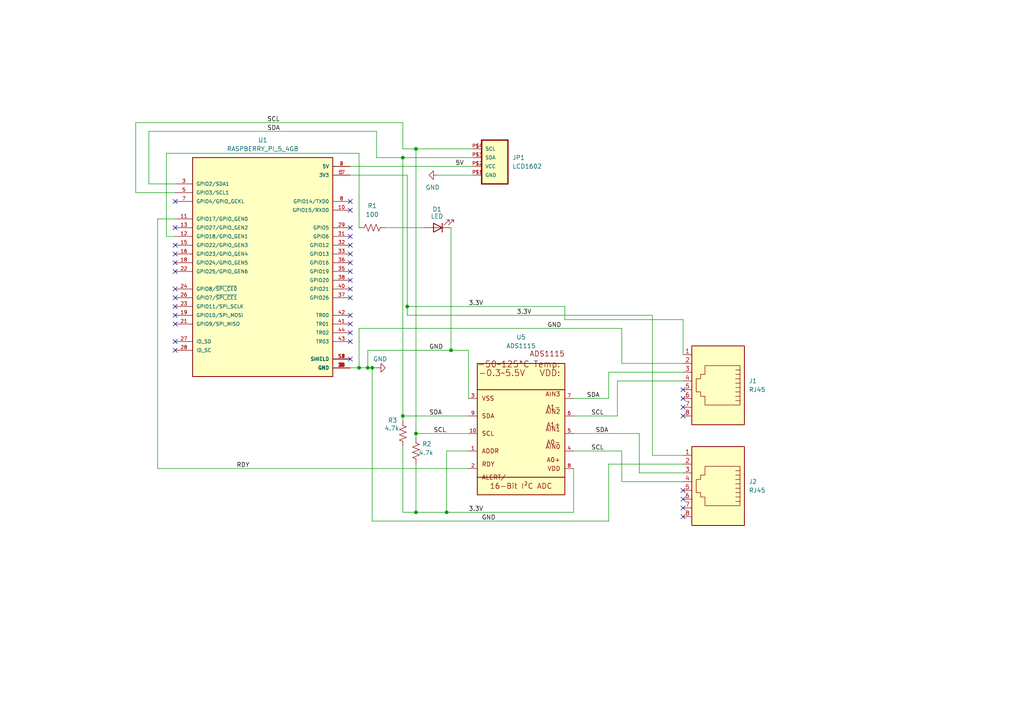
<source format=kicad_sch>
(kicad_sch
	(version 20231120)
	(generator "eeschema")
	(generator_version "8.0")
	(uuid "96ad2fb6-c81a-4ae3-9752-9734a6c767c5")
	(paper "A4")
	(lib_symbols
		(symbol "ADS1115:ADS1115"
			(pin_names
				(offset 1.016)
			)
			(exclude_from_sim no)
			(in_bom yes)
			(on_board yes)
			(property "Reference" "U"
				(at -12.7024 19.6887 0)
				(effects
					(font
						(size 1.27 1.27)
					)
					(justify left bottom)
				)
			)
			(property "Value" "ADS1115"
				(at 0 0 0)
				(effects
					(font
						(size 1.27 1.27)
					)
					(justify bottom)
				)
			)
			(property "Footprint" "ADS1115:MSOP10"
				(at 0 0 0)
				(effects
					(font
						(size 1.27 1.27)
					)
					(justify bottom)
					(hide yes)
				)
			)
			(property "Datasheet" ""
				(at 0 0 0)
				(effects
					(font
						(size 1.27 1.27)
					)
					(hide yes)
				)
			)
			(property "Description" ""
				(at 0 0 0)
				(effects
					(font
						(size 1.27 1.27)
					)
					(hide yes)
				)
			)
			(property "MF" "Texas Instruments"
				(at 0 0 0)
				(effects
					(font
						(size 1.27 1.27)
					)
					(justify bottom)
					(hide yes)
				)
			)
			(property "Description_1" "\n                        \n                            ADS1115 - 16 Bit 3.3k Samples per Second Analog to Digital Converter (ADC) Evaluation Board\n                        \n"
				(at 0 0 0)
				(effects
					(font
						(size 1.27 1.27)
					)
					(justify bottom)
					(hide yes)
				)
			)
			(property "Package" "VSSOP-10 Texas Instruments"
				(at 0 0 0)
				(effects
					(font
						(size 1.27 1.27)
					)
					(justify bottom)
					(hide yes)
				)
			)
			(property "Price" "None"
				(at 0 0 0)
				(effects
					(font
						(size 1.27 1.27)
					)
					(justify bottom)
					(hide yes)
				)
			)
			(property "SnapEDA_Link" "https://www.snapeda.com/parts/ADS1115/Texas+Instruments/view-part/?ref=snap"
				(at 0 0 0)
				(effects
					(font
						(size 1.27 1.27)
					)
					(justify bottom)
					(hide yes)
				)
			)
			(property "MP" "ADS1115"
				(at 0 0 0)
				(effects
					(font
						(size 1.27 1.27)
					)
					(justify bottom)
					(hide yes)
				)
			)
			(property "Availability" "Not in stock"
				(at 0 0 0)
				(effects
					(font
						(size 1.27 1.27)
					)
					(justify bottom)
					(hide yes)
				)
			)
			(property "Check_prices" "https://www.snapeda.com/parts/ADS1115/Texas+Instruments/view-part/?ref=eda"
				(at 0 0 0)
				(effects
					(font
						(size 1.27 1.27)
					)
					(justify bottom)
					(hide yes)
				)
			)
			(symbol "ADS1115_0_0"
				(rectangle
					(start -12.7 -19.05)
					(end 12.7 19.05)
					(stroke
						(width 0.254)
						(type default)
					)
					(fill
						(type background)
					)
				)
				(polyline
					(pts
						(xy -12.7 13.97) (xy 12.7 13.97)
					)
					(stroke
						(width 0.254)
						(type default)
					)
					(fill
						(type none)
					)
				)
				(polyline
					(pts
						(xy 12.7 -11.43) (xy -12.7 -11.43)
					)
					(stroke
						(width 0.254)
						(type default)
					)
					(fill
						(type none)
					)
				)
				(text "-0.3~5.5V"
					(at -1.2717 -15.2604 0)
					(effects
						(font
							(size 1.7804 1.7804)
						)
						(justify left bottom)
					)
				)
				(text "-50~125°C"
					(at -2.5418 -17.7925 0)
					(effects
						(font
							(size 1.7793 1.7793)
						)
						(justify left bottom)
					)
				)
				(text "16-Bit I²C ADC"
					(at 0 16.513 0)
					(effects
						(font
							(size 1.5243 1.5243)
						)
					)
				)
				(text "A0+"
					(at -11.4486 8.9045 0)
					(effects
						(font
							(size 1.2721 1.2721)
						)
						(justify left)
					)
				)
				(text "A0-"
					(at -11.4302 3.8101 0)
					(effects
						(font
							(size 1.27 1.27)
						)
						(justify left)
					)
				)
				(text "A1+"
					(at -11.4373 -1.2708 0)
					(effects
						(font
							(size 1.2708 1.2708)
						)
						(justify left)
					)
				)
				(text "A1-"
					(at -11.4484 -6.3603 0)
					(effects
						(font
							(size 1.272 1.272)
						)
						(justify left)
					)
				)
				(text "ADDR"
					(at 11.4447 6.3582 0)
					(effects
						(font
							(size 1.2716 1.2716)
						)
						(justify right)
					)
				)
				(text "ADS1115"
					(at -12.7079 -20.9681 0)
					(effects
						(font
							(size 1.525 1.525)
						)
						(justify left bottom)
					)
				)
				(text "AIN0"
					(at -11.4486 5.0924 0)
					(effects
						(font
							(size 1.2721 1.2721)
						)
						(justify left)
					)
				)
				(text "AIN1"
					(at -11.4302 0 0)
					(effects
						(font
							(size 1.27 1.27)
						)
						(justify left)
					)
				)
				(text "AIN2"
					(at -11.4373 -5.0816 0)
					(effects
						(font
							(size 1.2708 1.2708)
						)
						(justify left)
					)
				)
				(text "AIN3"
					(at -11.4484 -10.1723 0)
					(effects
						(font
							(size 1.272 1.272)
						)
						(justify left)
					)
				)
				(text "ALERT/"
					(at 11.4389 13.9809 0)
					(effects
						(font
							(size 1.271 1.271)
						)
						(justify right)
					)
				)
				(text "RDY"
					(at 11.4389 10.1699 0)
					(effects
						(font
							(size 1.271 1.271)
						)
						(justify right)
					)
				)
				(text "SCL"
					(at 11.4523 1.2725 0)
					(effects
						(font
							(size 1.2725 1.2725)
						)
						(justify right)
					)
				)
				(text "SDA"
					(at 11.4503 -3.8168 0)
					(effects
						(font
							(size 1.2723 1.2723)
						)
						(justify right)
					)
				)
				(text "Temp:"
					(at -11.4321 -17.7833 0)
					(effects
						(font
							(size 1.7783 1.7783)
						)
						(justify left bottom)
					)
				)
				(text "VDD"
					(at -11.4468 11.4468 0)
					(effects
						(font
							(size 1.2719 1.2719)
						)
						(justify left)
					)
				)
				(text "VDD:"
					(at -11.4341 -15.2454 0)
					(effects
						(font
							(size 1.7786 1.7786)
						)
						(justify left bottom)
					)
				)
				(text "VSS"
					(at 11.4432 -8.9003 0)
					(effects
						(font
							(size 1.2715 1.2715)
						)
						(justify right)
					)
				)
				(pin bidirectional line
					(at 15.24 6.35 180)
					(length 2.54)
					(name "~"
						(effects
							(font
								(size 1.016 1.016)
							)
						)
					)
					(number "1"
						(effects
							(font
								(size 1.016 1.016)
							)
						)
					)
				)
				(pin bidirectional line
					(at 15.24 1.27 180)
					(length 2.54)
					(name "~"
						(effects
							(font
								(size 1.016 1.016)
							)
						)
					)
					(number "10"
						(effects
							(font
								(size 1.016 1.016)
							)
						)
					)
				)
				(pin bidirectional line
					(at 15.24 11.43 180)
					(length 2.54)
					(name "~"
						(effects
							(font
								(size 1.016 1.016)
							)
						)
					)
					(number "2"
						(effects
							(font
								(size 1.016 1.016)
							)
						)
					)
				)
				(pin bidirectional line
					(at 15.24 -8.89 180)
					(length 2.54)
					(name "~"
						(effects
							(font
								(size 1.016 1.016)
							)
						)
					)
					(number "3"
						(effects
							(font
								(size 1.016 1.016)
							)
						)
					)
				)
				(pin bidirectional line
					(at -15.24 6.35 0)
					(length 2.54)
					(name "~"
						(effects
							(font
								(size 1.016 1.016)
							)
						)
					)
					(number "4"
						(effects
							(font
								(size 1.016 1.016)
							)
						)
					)
				)
				(pin bidirectional line
					(at -15.24 1.27 0)
					(length 2.54)
					(name "~"
						(effects
							(font
								(size 1.016 1.016)
							)
						)
					)
					(number "5"
						(effects
							(font
								(size 1.016 1.016)
							)
						)
					)
				)
				(pin bidirectional line
					(at -15.24 -3.81 0)
					(length 2.54)
					(name "~"
						(effects
							(font
								(size 1.016 1.016)
							)
						)
					)
					(number "6"
						(effects
							(font
								(size 1.016 1.016)
							)
						)
					)
				)
				(pin bidirectional line
					(at -15.24 -8.89 0)
					(length 2.54)
					(name "~"
						(effects
							(font
								(size 1.016 1.016)
							)
						)
					)
					(number "7"
						(effects
							(font
								(size 1.016 1.016)
							)
						)
					)
				)
				(pin bidirectional line
					(at -15.24 11.43 0)
					(length 2.54)
					(name "~"
						(effects
							(font
								(size 1.016 1.016)
							)
						)
					)
					(number "8"
						(effects
							(font
								(size 1.016 1.016)
							)
						)
					)
				)
				(pin bidirectional line
					(at 15.24 -3.81 180)
					(length 2.54)
					(name "~"
						(effects
							(font
								(size 1.016 1.016)
							)
						)
					)
					(number "9"
						(effects
							(font
								(size 1.016 1.016)
							)
						)
					)
				)
			)
		)
		(symbol "Connector:RJ45"
			(pin_names
				(offset 1.016)
			)
			(exclude_from_sim no)
			(in_bom yes)
			(on_board yes)
			(property "Reference" "J"
				(at -5.08 13.97 0)
				(effects
					(font
						(size 1.27 1.27)
					)
					(justify right)
				)
			)
			(property "Value" "RJ45"
				(at 2.54 13.97 0)
				(effects
					(font
						(size 1.27 1.27)
					)
					(justify left)
				)
			)
			(property "Footprint" ""
				(at 0 0.635 90)
				(effects
					(font
						(size 1.27 1.27)
					)
					(hide yes)
				)
			)
			(property "Datasheet" "~"
				(at 0 0.635 90)
				(effects
					(font
						(size 1.27 1.27)
					)
					(hide yes)
				)
			)
			(property "Description" "RJ connector, 8P8C (8 positions 8 connected)"
				(at 0 0 0)
				(effects
					(font
						(size 1.27 1.27)
					)
					(hide yes)
				)
			)
			(property "ki_keywords" "8P8C RJ socket connector"
				(at 0 0 0)
				(effects
					(font
						(size 1.27 1.27)
					)
					(hide yes)
				)
			)
			(property "ki_fp_filters" "8P8C* RJ31* RJ32* RJ33* RJ34* RJ35* RJ41* RJ45* RJ49* RJ61*"
				(at 0 0 0)
				(effects
					(font
						(size 1.27 1.27)
					)
					(hide yes)
				)
			)
			(symbol "RJ45_0_1"
				(polyline
					(pts
						(xy -5.08 4.445) (xy -6.35 4.445)
					)
					(stroke
						(width 0)
						(type default)
					)
					(fill
						(type none)
					)
				)
				(polyline
					(pts
						(xy -5.08 5.715) (xy -6.35 5.715)
					)
					(stroke
						(width 0)
						(type default)
					)
					(fill
						(type none)
					)
				)
				(polyline
					(pts
						(xy -6.35 -3.175) (xy -5.08 -3.175) (xy -5.08 -3.175)
					)
					(stroke
						(width 0)
						(type default)
					)
					(fill
						(type none)
					)
				)
				(polyline
					(pts
						(xy -6.35 -1.905) (xy -5.08 -1.905) (xy -5.08 -1.905)
					)
					(stroke
						(width 0)
						(type default)
					)
					(fill
						(type none)
					)
				)
				(polyline
					(pts
						(xy -6.35 -0.635) (xy -5.08 -0.635) (xy -5.08 -0.635)
					)
					(stroke
						(width 0)
						(type default)
					)
					(fill
						(type none)
					)
				)
				(polyline
					(pts
						(xy -6.35 0.635) (xy -5.08 0.635) (xy -5.08 0.635)
					)
					(stroke
						(width 0)
						(type default)
					)
					(fill
						(type none)
					)
				)
				(polyline
					(pts
						(xy -6.35 1.905) (xy -5.08 1.905) (xy -5.08 1.905)
					)
					(stroke
						(width 0)
						(type default)
					)
					(fill
						(type none)
					)
				)
				(polyline
					(pts
						(xy -5.08 3.175) (xy -6.35 3.175) (xy -6.35 3.175)
					)
					(stroke
						(width 0)
						(type default)
					)
					(fill
						(type none)
					)
				)
				(polyline
					(pts
						(xy -6.35 -4.445) (xy -6.35 6.985) (xy 3.81 6.985) (xy 3.81 4.445) (xy 5.08 4.445) (xy 5.08 3.175)
						(xy 6.35 3.175) (xy 6.35 -0.635) (xy 5.08 -0.635) (xy 5.08 -1.905) (xy 3.81 -1.905) (xy 3.81 -4.445)
						(xy -6.35 -4.445) (xy -6.35 -4.445)
					)
					(stroke
						(width 0)
						(type default)
					)
					(fill
						(type none)
					)
				)
				(rectangle
					(start 7.62 12.7)
					(end -7.62 -10.16)
					(stroke
						(width 0.254)
						(type default)
					)
					(fill
						(type background)
					)
				)
			)
			(symbol "RJ45_1_1"
				(pin passive line
					(at 10.16 -7.62 180)
					(length 2.54)
					(name "~"
						(effects
							(font
								(size 1.27 1.27)
							)
						)
					)
					(number "1"
						(effects
							(font
								(size 1.27 1.27)
							)
						)
					)
				)
				(pin passive line
					(at 10.16 -5.08 180)
					(length 2.54)
					(name "~"
						(effects
							(font
								(size 1.27 1.27)
							)
						)
					)
					(number "2"
						(effects
							(font
								(size 1.27 1.27)
							)
						)
					)
				)
				(pin passive line
					(at 10.16 -2.54 180)
					(length 2.54)
					(name "~"
						(effects
							(font
								(size 1.27 1.27)
							)
						)
					)
					(number "3"
						(effects
							(font
								(size 1.27 1.27)
							)
						)
					)
				)
				(pin passive line
					(at 10.16 0 180)
					(length 2.54)
					(name "~"
						(effects
							(font
								(size 1.27 1.27)
							)
						)
					)
					(number "4"
						(effects
							(font
								(size 1.27 1.27)
							)
						)
					)
				)
				(pin passive line
					(at 10.16 2.54 180)
					(length 2.54)
					(name "~"
						(effects
							(font
								(size 1.27 1.27)
							)
						)
					)
					(number "5"
						(effects
							(font
								(size 1.27 1.27)
							)
						)
					)
				)
				(pin passive line
					(at 10.16 5.08 180)
					(length 2.54)
					(name "~"
						(effects
							(font
								(size 1.27 1.27)
							)
						)
					)
					(number "6"
						(effects
							(font
								(size 1.27 1.27)
							)
						)
					)
				)
				(pin passive line
					(at 10.16 7.62 180)
					(length 2.54)
					(name "~"
						(effects
							(font
								(size 1.27 1.27)
							)
						)
					)
					(number "7"
						(effects
							(font
								(size 1.27 1.27)
							)
						)
					)
				)
				(pin passive line
					(at 10.16 10.16 180)
					(length 2.54)
					(name "~"
						(effects
							(font
								(size 1.27 1.27)
							)
						)
					)
					(number "8"
						(effects
							(font
								(size 1.27 1.27)
							)
						)
					)
				)
			)
		)
		(symbol "Device:LED"
			(pin_numbers hide)
			(pin_names
				(offset 1.016) hide)
			(exclude_from_sim no)
			(in_bom yes)
			(on_board yes)
			(property "Reference" "D"
				(at 0 2.54 0)
				(effects
					(font
						(size 1.27 1.27)
					)
				)
			)
			(property "Value" "LED"
				(at 0 -2.54 0)
				(effects
					(font
						(size 1.27 1.27)
					)
				)
			)
			(property "Footprint" ""
				(at 0 0 0)
				(effects
					(font
						(size 1.27 1.27)
					)
					(hide yes)
				)
			)
			(property "Datasheet" "~"
				(at 0 0 0)
				(effects
					(font
						(size 1.27 1.27)
					)
					(hide yes)
				)
			)
			(property "Description" "Light emitting diode"
				(at 0 0 0)
				(effects
					(font
						(size 1.27 1.27)
					)
					(hide yes)
				)
			)
			(property "ki_keywords" "LED diode"
				(at 0 0 0)
				(effects
					(font
						(size 1.27 1.27)
					)
					(hide yes)
				)
			)
			(property "ki_fp_filters" "LED* LED_SMD:* LED_THT:*"
				(at 0 0 0)
				(effects
					(font
						(size 1.27 1.27)
					)
					(hide yes)
				)
			)
			(symbol "LED_0_1"
				(polyline
					(pts
						(xy -1.27 -1.27) (xy -1.27 1.27)
					)
					(stroke
						(width 0.254)
						(type default)
					)
					(fill
						(type none)
					)
				)
				(polyline
					(pts
						(xy -1.27 0) (xy 1.27 0)
					)
					(stroke
						(width 0)
						(type default)
					)
					(fill
						(type none)
					)
				)
				(polyline
					(pts
						(xy 1.27 -1.27) (xy 1.27 1.27) (xy -1.27 0) (xy 1.27 -1.27)
					)
					(stroke
						(width 0.254)
						(type default)
					)
					(fill
						(type none)
					)
				)
				(polyline
					(pts
						(xy -3.048 -0.762) (xy -4.572 -2.286) (xy -3.81 -2.286) (xy -4.572 -2.286) (xy -4.572 -1.524)
					)
					(stroke
						(width 0)
						(type default)
					)
					(fill
						(type none)
					)
				)
				(polyline
					(pts
						(xy -1.778 -0.762) (xy -3.302 -2.286) (xy -2.54 -2.286) (xy -3.302 -2.286) (xy -3.302 -1.524)
					)
					(stroke
						(width 0)
						(type default)
					)
					(fill
						(type none)
					)
				)
			)
			(symbol "LED_1_1"
				(pin passive line
					(at -3.81 0 0)
					(length 2.54)
					(name "K"
						(effects
							(font
								(size 1.27 1.27)
							)
						)
					)
					(number "1"
						(effects
							(font
								(size 1.27 1.27)
							)
						)
					)
				)
				(pin passive line
					(at 3.81 0 180)
					(length 2.54)
					(name "A"
						(effects
							(font
								(size 1.27 1.27)
							)
						)
					)
					(number "2"
						(effects
							(font
								(size 1.27 1.27)
							)
						)
					)
				)
			)
		)
		(symbol "Device:R_US"
			(pin_numbers hide)
			(pin_names
				(offset 0)
			)
			(exclude_from_sim no)
			(in_bom yes)
			(on_board yes)
			(property "Reference" "R"
				(at 2.54 0 90)
				(effects
					(font
						(size 1.27 1.27)
					)
				)
			)
			(property "Value" "R_US"
				(at -2.54 0 90)
				(effects
					(font
						(size 1.27 1.27)
					)
				)
			)
			(property "Footprint" ""
				(at 1.016 -0.254 90)
				(effects
					(font
						(size 1.27 1.27)
					)
					(hide yes)
				)
			)
			(property "Datasheet" "~"
				(at 0 0 0)
				(effects
					(font
						(size 1.27 1.27)
					)
					(hide yes)
				)
			)
			(property "Description" "Resistor, US symbol"
				(at 0 0 0)
				(effects
					(font
						(size 1.27 1.27)
					)
					(hide yes)
				)
			)
			(property "ki_keywords" "R res resistor"
				(at 0 0 0)
				(effects
					(font
						(size 1.27 1.27)
					)
					(hide yes)
				)
			)
			(property "ki_fp_filters" "R_*"
				(at 0 0 0)
				(effects
					(font
						(size 1.27 1.27)
					)
					(hide yes)
				)
			)
			(symbol "R_US_0_1"
				(polyline
					(pts
						(xy 0 -2.286) (xy 0 -2.54)
					)
					(stroke
						(width 0)
						(type default)
					)
					(fill
						(type none)
					)
				)
				(polyline
					(pts
						(xy 0 2.286) (xy 0 2.54)
					)
					(stroke
						(width 0)
						(type default)
					)
					(fill
						(type none)
					)
				)
				(polyline
					(pts
						(xy 0 -0.762) (xy 1.016 -1.143) (xy 0 -1.524) (xy -1.016 -1.905) (xy 0 -2.286)
					)
					(stroke
						(width 0)
						(type default)
					)
					(fill
						(type none)
					)
				)
				(polyline
					(pts
						(xy 0 0.762) (xy 1.016 0.381) (xy 0 0) (xy -1.016 -0.381) (xy 0 -0.762)
					)
					(stroke
						(width 0)
						(type default)
					)
					(fill
						(type none)
					)
				)
				(polyline
					(pts
						(xy 0 2.286) (xy 1.016 1.905) (xy 0 1.524) (xy -1.016 1.143) (xy 0 0.762)
					)
					(stroke
						(width 0)
						(type default)
					)
					(fill
						(type none)
					)
				)
			)
			(symbol "R_US_1_1"
				(pin passive line
					(at 0 3.81 270)
					(length 1.27)
					(name "~"
						(effects
							(font
								(size 1.27 1.27)
							)
						)
					)
					(number "1"
						(effects
							(font
								(size 1.27 1.27)
							)
						)
					)
				)
				(pin passive line
					(at 0 -3.81 90)
					(length 1.27)
					(name "~"
						(effects
							(font
								(size 1.27 1.27)
							)
						)
					)
					(number "2"
						(effects
							(font
								(size 1.27 1.27)
							)
						)
					)
				)
			)
		)
		(symbol "LCD1602:LCD1602"
			(pin_names
				(offset 1.016)
			)
			(exclude_from_sim no)
			(in_bom yes)
			(on_board yes)
			(property "Reference" "JP"
				(at 5.08 7.62 0)
				(effects
					(font
						(size 1.27 1.27)
					)
					(justify right top)
				)
			)
			(property "Value" "LCD1602"
				(at 0 0 0)
				(effects
					(font
						(size 1.27 1.27)
					)
					(justify bottom)
				)
			)
			(property "Footprint" ""
				(at 0 0 0)
				(effects
					(font
						(size 1.27 1.27)
					)
					(hide yes)
				)
			)
			(property "Datasheet" ""
				(at 0 0 0)
				(effects
					(font
						(size 1.27 1.27)
					)
					(hide yes)
				)
			)
			(property "Description" ""
				(at 0 0 0)
				(effects
					(font
						(size 1.27 1.27)
					)
					(hide yes)
				)
			)
			(property "MF" "kamami"
				(at 0 0 0)
				(effects
					(font
						(size 1.27 1.27)
					)
					(justify bottom)
					(hide yes)
				)
			)
			(property "Description_1" "\n                        \n                            BLUE LCD 1602 2x16 Character Mat\n                        \n"
				(at 0 0 0)
				(effects
					(font
						(size 1.27 1.27)
					)
					(justify bottom)
					(hide yes)
				)
			)
			(property "Package" "None"
				(at 0 0 0)
				(effects
					(font
						(size 1.27 1.27)
					)
					(justify bottom)
					(hide yes)
				)
			)
			(property "Price" "None"
				(at 0 0 0)
				(effects
					(font
						(size 1.27 1.27)
					)
					(justify bottom)
					(hide yes)
				)
			)
			(property "SnapEDA_Link" "https://www.snapeda.com/parts/LCD1602/Kaga/view-part/?ref=snap"
				(at 0 0 0)
				(effects
					(font
						(size 1.27 1.27)
					)
					(justify bottom)
					(hide yes)
				)
			)
			(property "MP" "LCD1602"
				(at 0 0 0)
				(effects
					(font
						(size 1.27 1.27)
					)
					(justify bottom)
					(hide yes)
				)
			)
			(property "Availability" "Not in stock"
				(at 0 0 0)
				(effects
					(font
						(size 1.27 1.27)
					)
					(justify bottom)
					(hide yes)
				)
			)
			(property "Check_prices" "https://www.snapeda.com/parts/LCD1602/Kaga/view-part/?ref=eda"
				(at 0 0 0)
				(effects
					(font
						(size 1.27 1.27)
					)
					(justify bottom)
					(hide yes)
				)
			)
			(symbol "LCD1602_0_0"
				(rectangle
					(start -2.54 -7.62)
					(end 5.08 5.08)
					(stroke
						(width 0.4064)
						(type default)
					)
					(fill
						(type background)
					)
				)
				(pin bidirectional line
					(at 7.62 2.54 180)
					(length 2.54)
					(name "GND"
						(effects
							(font
								(size 1.016 1.016)
							)
						)
					)
					(number "P$1"
						(effects
							(font
								(size 1.016 1.016)
							)
						)
					)
				)
				(pin bidirectional line
					(at 7.62 0 180)
					(length 2.54)
					(name "VCC"
						(effects
							(font
								(size 1.016 1.016)
							)
						)
					)
					(number "P$2"
						(effects
							(font
								(size 1.016 1.016)
							)
						)
					)
				)
				(pin bidirectional line
					(at 7.62 -2.54 180)
					(length 2.54)
					(name "SDA"
						(effects
							(font
								(size 1.016 1.016)
							)
						)
					)
					(number "P$3"
						(effects
							(font
								(size 1.016 1.016)
							)
						)
					)
				)
				(pin bidirectional line
					(at 7.62 -5.08 180)
					(length 2.54)
					(name "SCL"
						(effects
							(font
								(size 1.016 1.016)
							)
						)
					)
					(number "P$4"
						(effects
							(font
								(size 1.016 1.016)
							)
						)
					)
				)
			)
		)
		(symbol "RASPBERRY_PI_4B_4GB:RASPBERRY_PI_4B_4GB"
			(pin_names
				(offset 1.016)
			)
			(exclude_from_sim no)
			(in_bom yes)
			(on_board yes)
			(property "Reference" "U"
				(at -20.32 33.528 0)
				(effects
					(font
						(size 1.27 1.27)
					)
					(justify left bottom)
				)
			)
			(property "Value" "RASPBERRY_PI_4B_4GB"
				(at -20.32 -33.02 0)
				(effects
					(font
						(size 1.27 1.27)
					)
					(justify left bottom)
				)
			)
			(property "Footprint" "RASPBERRY_PI_4B_4GB:MODULE_RASPBERRY_PI_4B_4GB"
				(at 0 0 0)
				(effects
					(font
						(size 1.27 1.27)
					)
					(justify bottom)
					(hide yes)
				)
			)
			(property "Datasheet" ""
				(at 0 0 0)
				(effects
					(font
						(size 1.27 1.27)
					)
					(hide yes)
				)
			)
			(property "Description" ""
				(at 0 0 0)
				(effects
					(font
						(size 1.27 1.27)
					)
					(hide yes)
				)
			)
			(property "MF" "Raspberry Pi"
				(at 0 0 0)
				(effects
					(font
						(size 1.27 1.27)
					)
					(justify bottom)
					(hide yes)
				)
			)
			(property "MAXIMUM_PACKAGE_HEIGHT" "16 mm"
				(at 0 0 0)
				(effects
					(font
						(size 1.27 1.27)
					)
					(justify bottom)
					(hide yes)
				)
			)
			(property "Package" "None"
				(at 0 0 0)
				(effects
					(font
						(size 1.27 1.27)
					)
					(justify bottom)
					(hide yes)
				)
			)
			(property "Price" "None"
				(at 0 0 0)
				(effects
					(font
						(size 1.27 1.27)
					)
					(justify bottom)
					(hide yes)
				)
			)
			(property "Check_prices" "https://www.snapeda.com/parts/RASPBERRY%20PI%204B/4GB/Raspberry+Pi/view-part/?ref=eda"
				(at 0 0 0)
				(effects
					(font
						(size 1.27 1.27)
					)
					(justify bottom)
					(hide yes)
				)
			)
			(property "STANDARD" "Manufacturer Recommendations"
				(at 0 0 0)
				(effects
					(font
						(size 1.27 1.27)
					)
					(justify bottom)
					(hide yes)
				)
			)
			(property "PARTREV" "4"
				(at 0 0 0)
				(effects
					(font
						(size 1.27 1.27)
					)
					(justify bottom)
					(hide yes)
				)
			)
			(property "SnapEDA_Link" "https://www.snapeda.com/parts/RASPBERRY%20PI%204B/4GB/Raspberry+Pi/view-part/?ref=snap"
				(at 0 0 0)
				(effects
					(font
						(size 1.27 1.27)
					)
					(justify bottom)
					(hide yes)
				)
			)
			(property "MP" "RASPBERRY PI 4B/4GB"
				(at 0 0 0)
				(effects
					(font
						(size 1.27 1.27)
					)
					(justify bottom)
					(hide yes)
				)
			)
			(property "Description_1" "\n                        \n                            BCM2711 Raspberry Pi 4 Model B 4GB - ARM® Cortex®-A72 MPU Embedded Evaluation Board\n                        \n"
				(at 0 0 0)
				(effects
					(font
						(size 1.27 1.27)
					)
					(justify bottom)
					(hide yes)
				)
			)
			(property "MANUFACTURER" "Raspberry Pi"
				(at 0 0 0)
				(effects
					(font
						(size 1.27 1.27)
					)
					(justify bottom)
					(hide yes)
				)
			)
			(property "Availability" "Not in stock"
				(at 0 0 0)
				(effects
					(font
						(size 1.27 1.27)
					)
					(justify bottom)
					(hide yes)
				)
			)
			(property "SNAPEDA_PN" "RASPBERRY PI 4B/4GB"
				(at 0 0 0)
				(effects
					(font
						(size 1.27 1.27)
					)
					(justify bottom)
					(hide yes)
				)
			)
			(symbol "RASPBERRY_PI_4B_4GB_0_0"
				(rectangle
					(start -20.32 -30.48)
					(end 20.32 33.02)
					(stroke
						(width 0.254)
						(type default)
					)
					(fill
						(type background)
					)
				)
				(pin power_in line
					(at 25.4 27.94 180)
					(length 5.08)
					(name "3V3"
						(effects
							(font
								(size 1.016 1.016)
							)
						)
					)
					(number "1"
						(effects
							(font
								(size 1.016 1.016)
							)
						)
					)
				)
				(pin bidirectional line
					(at 25.4 17.78 180)
					(length 5.08)
					(name "GPIO15/RXD0"
						(effects
							(font
								(size 1.016 1.016)
							)
						)
					)
					(number "10"
						(effects
							(font
								(size 1.016 1.016)
							)
						)
					)
				)
				(pin bidirectional line
					(at -25.4 15.24 0)
					(length 5.08)
					(name "GPIO17/GPIO_GEN0"
						(effects
							(font
								(size 1.016 1.016)
							)
						)
					)
					(number "11"
						(effects
							(font
								(size 1.016 1.016)
							)
						)
					)
				)
				(pin bidirectional line
					(at -25.4 10.16 0)
					(length 5.08)
					(name "GPIO18/GPIO_GEN1"
						(effects
							(font
								(size 1.016 1.016)
							)
						)
					)
					(number "12"
						(effects
							(font
								(size 1.016 1.016)
							)
						)
					)
				)
				(pin bidirectional line
					(at -25.4 12.7 0)
					(length 5.08)
					(name "GPIO27/GPIO_GEN2"
						(effects
							(font
								(size 1.016 1.016)
							)
						)
					)
					(number "13"
						(effects
							(font
								(size 1.016 1.016)
							)
						)
					)
				)
				(pin power_in line
					(at 25.4 -27.94 180)
					(length 5.08)
					(name "GND"
						(effects
							(font
								(size 1.016 1.016)
							)
						)
					)
					(number "14"
						(effects
							(font
								(size 1.016 1.016)
							)
						)
					)
				)
				(pin bidirectional line
					(at -25.4 7.62 0)
					(length 5.08)
					(name "GPIO22/GPIO_GEN3"
						(effects
							(font
								(size 1.016 1.016)
							)
						)
					)
					(number "15"
						(effects
							(font
								(size 1.016 1.016)
							)
						)
					)
				)
				(pin bidirectional line
					(at -25.4 5.08 0)
					(length 5.08)
					(name "GPIO23/GPIO_GEN4"
						(effects
							(font
								(size 1.016 1.016)
							)
						)
					)
					(number "16"
						(effects
							(font
								(size 1.016 1.016)
							)
						)
					)
				)
				(pin power_in line
					(at 25.4 27.94 180)
					(length 5.08)
					(name "3V3"
						(effects
							(font
								(size 1.016 1.016)
							)
						)
					)
					(number "17"
						(effects
							(font
								(size 1.016 1.016)
							)
						)
					)
				)
				(pin bidirectional line
					(at -25.4 2.54 0)
					(length 5.08)
					(name "GPIO24/GPIO_GEN5"
						(effects
							(font
								(size 1.016 1.016)
							)
						)
					)
					(number "18"
						(effects
							(font
								(size 1.016 1.016)
							)
						)
					)
				)
				(pin bidirectional line
					(at -25.4 -12.7 0)
					(length 5.08)
					(name "GPIO10/SPI_MOSI"
						(effects
							(font
								(size 1.016 1.016)
							)
						)
					)
					(number "19"
						(effects
							(font
								(size 1.016 1.016)
							)
						)
					)
				)
				(pin power_in line
					(at 25.4 30.48 180)
					(length 5.08)
					(name "5V"
						(effects
							(font
								(size 1.016 1.016)
							)
						)
					)
					(number "2"
						(effects
							(font
								(size 1.016 1.016)
							)
						)
					)
				)
				(pin power_in line
					(at 25.4 -27.94 180)
					(length 5.08)
					(name "GND"
						(effects
							(font
								(size 1.016 1.016)
							)
						)
					)
					(number "20"
						(effects
							(font
								(size 1.016 1.016)
							)
						)
					)
				)
				(pin bidirectional line
					(at -25.4 -15.24 0)
					(length 5.08)
					(name "GPIO9/SPI_MISO"
						(effects
							(font
								(size 1.016 1.016)
							)
						)
					)
					(number "21"
						(effects
							(font
								(size 1.016 1.016)
							)
						)
					)
				)
				(pin bidirectional line
					(at -25.4 0 0)
					(length 5.08)
					(name "GPIO25/GPIO_GEN6"
						(effects
							(font
								(size 1.016 1.016)
							)
						)
					)
					(number "22"
						(effects
							(font
								(size 1.016 1.016)
							)
						)
					)
				)
				(pin bidirectional line
					(at -25.4 -10.16 0)
					(length 5.08)
					(name "GPIO11/SPI_SCLK"
						(effects
							(font
								(size 1.016 1.016)
							)
						)
					)
					(number "23"
						(effects
							(font
								(size 1.016 1.016)
							)
						)
					)
				)
				(pin bidirectional line
					(at -25.4 -5.08 0)
					(length 5.08)
					(name "GPIO8/~{SPI_CE0}"
						(effects
							(font
								(size 1.016 1.016)
							)
						)
					)
					(number "24"
						(effects
							(font
								(size 1.016 1.016)
							)
						)
					)
				)
				(pin power_in line
					(at 25.4 -27.94 180)
					(length 5.08)
					(name "GND"
						(effects
							(font
								(size 1.016 1.016)
							)
						)
					)
					(number "25"
						(effects
							(font
								(size 1.016 1.016)
							)
						)
					)
				)
				(pin bidirectional line
					(at -25.4 -7.62 0)
					(length 5.08)
					(name "GPIO7/~{SPI_CE1}"
						(effects
							(font
								(size 1.016 1.016)
							)
						)
					)
					(number "26"
						(effects
							(font
								(size 1.016 1.016)
							)
						)
					)
				)
				(pin bidirectional line
					(at -25.4 -20.32 0)
					(length 5.08)
					(name "ID_SD"
						(effects
							(font
								(size 1.016 1.016)
							)
						)
					)
					(number "27"
						(effects
							(font
								(size 1.016 1.016)
							)
						)
					)
				)
				(pin bidirectional line
					(at -25.4 -22.86 0)
					(length 5.08)
					(name "ID_SC"
						(effects
							(font
								(size 1.016 1.016)
							)
						)
					)
					(number "28"
						(effects
							(font
								(size 1.016 1.016)
							)
						)
					)
				)
				(pin bidirectional line
					(at 25.4 12.7 180)
					(length 5.08)
					(name "GPIO5"
						(effects
							(font
								(size 1.016 1.016)
							)
						)
					)
					(number "29"
						(effects
							(font
								(size 1.016 1.016)
							)
						)
					)
				)
				(pin bidirectional line
					(at -25.4 25.4 0)
					(length 5.08)
					(name "GPIO2/SDA1"
						(effects
							(font
								(size 1.016 1.016)
							)
						)
					)
					(number "3"
						(effects
							(font
								(size 1.016 1.016)
							)
						)
					)
				)
				(pin power_in line
					(at 25.4 -27.94 180)
					(length 5.08)
					(name "GND"
						(effects
							(font
								(size 1.016 1.016)
							)
						)
					)
					(number "30"
						(effects
							(font
								(size 1.016 1.016)
							)
						)
					)
				)
				(pin bidirectional line
					(at 25.4 10.16 180)
					(length 5.08)
					(name "GPIO6"
						(effects
							(font
								(size 1.016 1.016)
							)
						)
					)
					(number "31"
						(effects
							(font
								(size 1.016 1.016)
							)
						)
					)
				)
				(pin bidirectional line
					(at 25.4 7.62 180)
					(length 5.08)
					(name "GPIO12"
						(effects
							(font
								(size 1.016 1.016)
							)
						)
					)
					(number "32"
						(effects
							(font
								(size 1.016 1.016)
							)
						)
					)
				)
				(pin bidirectional line
					(at 25.4 5.08 180)
					(length 5.08)
					(name "GPIO13"
						(effects
							(font
								(size 1.016 1.016)
							)
						)
					)
					(number "33"
						(effects
							(font
								(size 1.016 1.016)
							)
						)
					)
				)
				(pin power_in line
					(at 25.4 -27.94 180)
					(length 5.08)
					(name "GND"
						(effects
							(font
								(size 1.016 1.016)
							)
						)
					)
					(number "34"
						(effects
							(font
								(size 1.016 1.016)
							)
						)
					)
				)
				(pin bidirectional line
					(at 25.4 0 180)
					(length 5.08)
					(name "GPIO19"
						(effects
							(font
								(size 1.016 1.016)
							)
						)
					)
					(number "35"
						(effects
							(font
								(size 1.016 1.016)
							)
						)
					)
				)
				(pin bidirectional line
					(at 25.4 2.54 180)
					(length 5.08)
					(name "GPIO16"
						(effects
							(font
								(size 1.016 1.016)
							)
						)
					)
					(number "36"
						(effects
							(font
								(size 1.016 1.016)
							)
						)
					)
				)
				(pin bidirectional line
					(at 25.4 -7.62 180)
					(length 5.08)
					(name "GPIO26"
						(effects
							(font
								(size 1.016 1.016)
							)
						)
					)
					(number "37"
						(effects
							(font
								(size 1.016 1.016)
							)
						)
					)
				)
				(pin bidirectional line
					(at 25.4 -2.54 180)
					(length 5.08)
					(name "GPIO20"
						(effects
							(font
								(size 1.016 1.016)
							)
						)
					)
					(number "38"
						(effects
							(font
								(size 1.016 1.016)
							)
						)
					)
				)
				(pin power_in line
					(at 25.4 -27.94 180)
					(length 5.08)
					(name "GND"
						(effects
							(font
								(size 1.016 1.016)
							)
						)
					)
					(number "39"
						(effects
							(font
								(size 1.016 1.016)
							)
						)
					)
				)
				(pin power_in line
					(at 25.4 30.48 180)
					(length 5.08)
					(name "5V"
						(effects
							(font
								(size 1.016 1.016)
							)
						)
					)
					(number "4"
						(effects
							(font
								(size 1.016 1.016)
							)
						)
					)
				)
				(pin bidirectional line
					(at 25.4 -5.08 180)
					(length 5.08)
					(name "GPIO21"
						(effects
							(font
								(size 1.016 1.016)
							)
						)
					)
					(number "40"
						(effects
							(font
								(size 1.016 1.016)
							)
						)
					)
				)
				(pin bidirectional line
					(at 25.4 -15.24 180)
					(length 5.08)
					(name "TR01"
						(effects
							(font
								(size 1.016 1.016)
							)
						)
					)
					(number "41"
						(effects
							(font
								(size 1.016 1.016)
							)
						)
					)
				)
				(pin bidirectional line
					(at 25.4 -12.7 180)
					(length 5.08)
					(name "TR00"
						(effects
							(font
								(size 1.016 1.016)
							)
						)
					)
					(number "42"
						(effects
							(font
								(size 1.016 1.016)
							)
						)
					)
				)
				(pin bidirectional line
					(at 25.4 -20.32 180)
					(length 5.08)
					(name "TR03"
						(effects
							(font
								(size 1.016 1.016)
							)
						)
					)
					(number "43"
						(effects
							(font
								(size 1.016 1.016)
							)
						)
					)
				)
				(pin bidirectional line
					(at 25.4 -17.78 180)
					(length 5.08)
					(name "TR02"
						(effects
							(font
								(size 1.016 1.016)
							)
						)
					)
					(number "44"
						(effects
							(font
								(size 1.016 1.016)
							)
						)
					)
				)
				(pin bidirectional line
					(at -25.4 22.86 0)
					(length 5.08)
					(name "GPIO3/SCL1"
						(effects
							(font
								(size 1.016 1.016)
							)
						)
					)
					(number "5"
						(effects
							(font
								(size 1.016 1.016)
							)
						)
					)
				)
				(pin power_in line
					(at 25.4 -27.94 180)
					(length 5.08)
					(name "GND"
						(effects
							(font
								(size 1.016 1.016)
							)
						)
					)
					(number "6"
						(effects
							(font
								(size 1.016 1.016)
							)
						)
					)
				)
				(pin bidirectional line
					(at -25.4 20.32 0)
					(length 5.08)
					(name "GPIO4/GPIO_GCKL"
						(effects
							(font
								(size 1.016 1.016)
							)
						)
					)
					(number "7"
						(effects
							(font
								(size 1.016 1.016)
							)
						)
					)
				)
				(pin bidirectional line
					(at 25.4 20.32 180)
					(length 5.08)
					(name "GPIO14/TXD0"
						(effects
							(font
								(size 1.016 1.016)
							)
						)
					)
					(number "8"
						(effects
							(font
								(size 1.016 1.016)
							)
						)
					)
				)
				(pin power_in line
					(at 25.4 -27.94 180)
					(length 5.08)
					(name "GND"
						(effects
							(font
								(size 1.016 1.016)
							)
						)
					)
					(number "9"
						(effects
							(font
								(size 1.016 1.016)
							)
						)
					)
				)
				(pin power_in line
					(at 25.4 -25.4 180)
					(length 5.08)
					(name "SHIELD"
						(effects
							(font
								(size 1.016 1.016)
							)
						)
					)
					(number "S1"
						(effects
							(font
								(size 1.016 1.016)
							)
						)
					)
				)
				(pin power_in line
					(at 25.4 -25.4 180)
					(length 5.08)
					(name "SHIELD"
						(effects
							(font
								(size 1.016 1.016)
							)
						)
					)
					(number "S2"
						(effects
							(font
								(size 1.016 1.016)
							)
						)
					)
				)
				(pin power_in line
					(at 25.4 -25.4 180)
					(length 5.08)
					(name "SHIELD"
						(effects
							(font
								(size 1.016 1.016)
							)
						)
					)
					(number "S3"
						(effects
							(font
								(size 1.016 1.016)
							)
						)
					)
				)
				(pin power_in line
					(at 25.4 -25.4 180)
					(length 5.08)
					(name "SHIELD"
						(effects
							(font
								(size 1.016 1.016)
							)
						)
					)
					(number "S4"
						(effects
							(font
								(size 1.016 1.016)
							)
						)
					)
				)
			)
		)
		(symbol "power:GND"
			(power)
			(pin_numbers hide)
			(pin_names
				(offset 0) hide)
			(exclude_from_sim no)
			(in_bom yes)
			(on_board yes)
			(property "Reference" "#PWR"
				(at 0 -6.35 0)
				(effects
					(font
						(size 1.27 1.27)
					)
					(hide yes)
				)
			)
			(property "Value" "GND"
				(at 0 -3.81 0)
				(effects
					(font
						(size 1.27 1.27)
					)
				)
			)
			(property "Footprint" ""
				(at 0 0 0)
				(effects
					(font
						(size 1.27 1.27)
					)
					(hide yes)
				)
			)
			(property "Datasheet" ""
				(at 0 0 0)
				(effects
					(font
						(size 1.27 1.27)
					)
					(hide yes)
				)
			)
			(property "Description" "Power symbol creates a global label with name \"GND\" , ground"
				(at 0 0 0)
				(effects
					(font
						(size 1.27 1.27)
					)
					(hide yes)
				)
			)
			(property "ki_keywords" "global power"
				(at 0 0 0)
				(effects
					(font
						(size 1.27 1.27)
					)
					(hide yes)
				)
			)
			(symbol "GND_0_1"
				(polyline
					(pts
						(xy 0 0) (xy 0 -1.27) (xy 1.27 -1.27) (xy 0 -2.54) (xy -1.27 -1.27) (xy 0 -1.27)
					)
					(stroke
						(width 0)
						(type default)
					)
					(fill
						(type none)
					)
				)
			)
			(symbol "GND_1_1"
				(pin power_in line
					(at 0 0 270)
					(length 0)
					(name "~"
						(effects
							(font
								(size 1.27 1.27)
							)
						)
					)
					(number "1"
						(effects
							(font
								(size 1.27 1.27)
							)
						)
					)
				)
			)
		)
	)
	(junction
		(at 130.81 101.6)
		(diameter 0)
		(color 0 0 0 0)
		(uuid "005890a5-5702-45f2-8b5f-590454686c9d")
	)
	(junction
		(at 120.65 125.73)
		(diameter 0)
		(color 0 0 0 0)
		(uuid "1a0a262e-662d-42a0-9a5e-4de619c64912")
	)
	(junction
		(at 107.95 106.68)
		(diameter 0)
		(color 0 0 0 0)
		(uuid "4370d732-90cc-4837-9d8d-3c49956a6340")
	)
	(junction
		(at 104.14 106.68)
		(diameter 0)
		(color 0 0 0 0)
		(uuid "4a2a01ef-f95a-422c-b0a9-80c5ce2b085e")
	)
	(junction
		(at 129.54 148.59)
		(diameter 0)
		(color 0 0 0 0)
		(uuid "4bc317e6-8842-439b-b976-76b73a96fae9")
	)
	(junction
		(at 118.11 88.9)
		(diameter 0)
		(color 0 0 0 0)
		(uuid "58fb5ad8-a716-4abe-abda-4e7e1c482b27")
	)
	(junction
		(at 106.68 106.68)
		(diameter 0)
		(color 0 0 0 0)
		(uuid "732f6657-f04b-4e85-aea7-ff7b70fe063e")
	)
	(junction
		(at 120.65 148.59)
		(diameter 0)
		(color 0 0 0 0)
		(uuid "8267889a-967c-4015-b2d7-2015fe14841e")
	)
	(junction
		(at 120.65 43.18)
		(diameter 0)
		(color 0 0 0 0)
		(uuid "9468db22-3add-4270-8828-e700fe274e96")
	)
	(junction
		(at 116.84 120.65)
		(diameter 0)
		(color 0 0 0 0)
		(uuid "c748118d-1df8-4e62-9ad3-f6615e1d9e3f")
	)
	(junction
		(at 116.84 45.72)
		(diameter 0)
		(color 0 0 0 0)
		(uuid "f9a60d2c-327e-4172-9b0e-ac78a8a8ac76")
	)
	(no_connect
		(at 50.8 88.9)
		(uuid "01fee608-eb16-4a3c-87db-3e6caa4f1d1f")
	)
	(no_connect
		(at 101.6 93.98)
		(uuid "054921c3-dbbe-4152-878e-79c1a6579a93")
	)
	(no_connect
		(at 101.6 99.06)
		(uuid "0607226f-0a11-4395-ad18-b3ba35e493d3")
	)
	(no_connect
		(at 101.6 58.42)
		(uuid "066da98b-43e8-48e8-b7f4-5a228396e88c")
	)
	(no_connect
		(at 50.8 93.98)
		(uuid "11af7030-6876-45f6-8378-20d97eb86d89")
	)
	(no_connect
		(at 50.8 86.36)
		(uuid "16656bca-62ce-4848-ad17-7c100b107f6e")
	)
	(no_connect
		(at 198.12 149.86)
		(uuid "16b2536f-d2f1-4703-8fe0-7a3f38f16514")
	)
	(no_connect
		(at 101.6 66.04)
		(uuid "1d6315fa-d6e0-4d77-af0c-c11b2e9e5072")
	)
	(no_connect
		(at 101.6 86.36)
		(uuid "2c9530b9-4c9c-4998-bee7-ba6f22aaed16")
	)
	(no_connect
		(at 50.8 66.04)
		(uuid "43f8bad7-46f1-4c8f-aff0-9b60cf843ad5")
	)
	(no_connect
		(at 101.6 96.52)
		(uuid "49345ee8-a4b8-488e-8c38-1556ebac945f")
	)
	(no_connect
		(at 198.12 144.78)
		(uuid "57a31520-8d6f-4a02-a908-e8091aeed43e")
	)
	(no_connect
		(at 198.12 115.57)
		(uuid "589b3103-be7b-4bf9-9591-2a5f5fdf93ee")
	)
	(no_connect
		(at 50.8 76.2)
		(uuid "58bc514c-eed7-4d0a-b16a-a3b16c2c8837")
	)
	(no_connect
		(at 101.6 71.12)
		(uuid "5db9df90-027d-4956-9fcf-65ef582ae492")
	)
	(no_connect
		(at 198.12 113.03)
		(uuid "6134d8df-274a-4528-8c0a-b7195b46a286")
	)
	(no_connect
		(at 198.12 120.65)
		(uuid "64318142-d8ea-49d4-a005-867adf1172c3")
	)
	(no_connect
		(at 101.6 83.82)
		(uuid "65360b60-8988-47ba-a3df-547ca0a90bfe")
	)
	(no_connect
		(at 198.12 118.11)
		(uuid "69432014-4d0d-4d54-a985-7ff06727f603")
	)
	(no_connect
		(at 101.6 68.58)
		(uuid "6961e437-3072-48ff-88c4-f89864662741")
	)
	(no_connect
		(at 50.8 78.74)
		(uuid "71f8b9e2-48b9-4238-9570-5ba73a220e23")
	)
	(no_connect
		(at 198.12 147.32)
		(uuid "7d9c79f9-de04-4232-a29b-b8bf426df42f")
	)
	(no_connect
		(at 101.6 78.74)
		(uuid "8ab4a43f-9f2c-42be-8844-0933dbb8a0f1")
	)
	(no_connect
		(at 50.8 101.6)
		(uuid "94a7a57b-e2c8-430d-9b07-586a8d305ac1")
	)
	(no_connect
		(at 50.8 91.44)
		(uuid "a184d252-6710-4262-b653-3cf844b69f73")
	)
	(no_connect
		(at 101.6 104.14)
		(uuid "a6877c39-16c7-4d0e-8436-83dcd98873cd")
	)
	(no_connect
		(at 50.8 99.06)
		(uuid "ab11f261-81b0-44a8-985c-7877d5fa0e21")
	)
	(no_connect
		(at 101.6 73.66)
		(uuid "b0df96da-a4a3-406f-b571-2948cab4d0ac")
	)
	(no_connect
		(at 101.6 60.96)
		(uuid "bfa61d1f-7f89-4742-8f0d-6b5f37748adc")
	)
	(no_connect
		(at 50.8 58.42)
		(uuid "c3ffb3aa-c1d8-4ea4-a627-97fead24783f")
	)
	(no_connect
		(at 50.8 83.82)
		(uuid "d06a59c1-b295-4bc5-a9ef-8c43739038fb")
	)
	(no_connect
		(at 101.6 81.28)
		(uuid "d9e989c8-db54-4ed4-ab57-9c29f85ebd0b")
	)
	(no_connect
		(at 198.12 142.24)
		(uuid "dc7d56aa-4e2f-478d-abed-888e1e5b206f")
	)
	(no_connect
		(at 50.8 73.66)
		(uuid "dfd12a37-1db1-4f98-8b29-65c7a7438b68")
	)
	(no_connect
		(at 50.8 71.12)
		(uuid "e1f6ee7a-b41b-4f14-854d-dedb362c18e4")
	)
	(no_connect
		(at 101.6 91.44)
		(uuid "e4b9b5f2-de83-4755-b7f8-4101bc55133b")
	)
	(no_connect
		(at 101.6 76.2)
		(uuid "f385ba14-de60-4b41-aa83-00ea0a9a5070")
	)
	(wire
		(pts
			(xy 129.54 148.59) (xy 166.37 148.59)
		)
		(stroke
			(width 0)
			(type default)
		)
		(uuid "027dd75a-eab1-42e8-9770-8e0d09add6ac")
	)
	(wire
		(pts
			(xy 107.95 151.13) (xy 107.95 106.68)
		)
		(stroke
			(width 0)
			(type default)
		)
		(uuid "02ff3b2d-e8e6-4613-82b6-929d2a7cc6f5")
	)
	(wire
		(pts
			(xy 135.89 101.6) (xy 130.81 101.6)
		)
		(stroke
			(width 0)
			(type default)
		)
		(uuid "044d5171-04fa-4b19-8cfc-f14e3cf3b73c")
	)
	(wire
		(pts
			(xy 109.22 45.72) (xy 109.22 38.1)
		)
		(stroke
			(width 0)
			(type default)
		)
		(uuid "0794f85a-9c84-4e54-8a95-6fa74e114b01")
	)
	(wire
		(pts
			(xy 116.84 129.54) (xy 116.84 148.59)
		)
		(stroke
			(width 0)
			(type default)
		)
		(uuid "07aec840-58d5-4b98-a088-7d21ff32057b")
	)
	(wire
		(pts
			(xy 198.12 107.95) (xy 176.53 107.95)
		)
		(stroke
			(width 0)
			(type default)
		)
		(uuid "07dc22e1-9a21-4d21-b2e7-fd8b33b235dd")
	)
	(wire
		(pts
			(xy 104.14 95.25) (xy 104.14 106.68)
		)
		(stroke
			(width 0)
			(type default)
		)
		(uuid "092ecb63-726f-4b3e-9fa6-9f07fac1b2ef")
	)
	(wire
		(pts
			(xy 101.6 106.68) (xy 104.14 106.68)
		)
		(stroke
			(width 0)
			(type default)
		)
		(uuid "0b895746-bf20-4ce3-841d-7dd9d1189828")
	)
	(wire
		(pts
			(xy 116.84 45.72) (xy 137.16 45.72)
		)
		(stroke
			(width 0)
			(type default)
		)
		(uuid "0bdf0b69-2cae-43ef-918f-cc6e2abbe2cb")
	)
	(wire
		(pts
			(xy 101.6 48.26) (xy 137.16 48.26)
		)
		(stroke
			(width 0)
			(type default)
		)
		(uuid "0e8318df-5a74-4ff0-8956-85464276d548")
	)
	(wire
		(pts
			(xy 106.68 101.6) (xy 106.68 106.68)
		)
		(stroke
			(width 0)
			(type default)
		)
		(uuid "18528e63-e335-4760-9b08-4c8dc715ce60")
	)
	(wire
		(pts
			(xy 130.81 66.04) (xy 130.81 101.6)
		)
		(stroke
			(width 0)
			(type default)
		)
		(uuid "1cb46be5-72e1-4966-a8fa-7d0887d50145")
	)
	(wire
		(pts
			(xy 179.07 110.49) (xy 179.07 120.65)
		)
		(stroke
			(width 0)
			(type default)
		)
		(uuid "1da16236-1957-4ac1-ad71-32ca32968587")
	)
	(wire
		(pts
			(xy 135.89 130.81) (xy 129.54 130.81)
		)
		(stroke
			(width 0)
			(type default)
		)
		(uuid "1f8bf255-bd15-4c3d-9676-8b1ae6a5ad33")
	)
	(wire
		(pts
			(xy 127 50.8) (xy 137.16 50.8)
		)
		(stroke
			(width 0)
			(type default)
		)
		(uuid "217270f2-66ef-463b-b809-aa2a911e2629")
	)
	(wire
		(pts
			(xy 176.53 151.13) (xy 107.95 151.13)
		)
		(stroke
			(width 0)
			(type default)
		)
		(uuid "23dd9ac6-7bec-42e8-b45f-a838586eba5d")
	)
	(wire
		(pts
			(xy 116.84 148.59) (xy 120.65 148.59)
		)
		(stroke
			(width 0)
			(type default)
		)
		(uuid "2765ea2e-9c03-4c7c-9898-31c4c2cc074d")
	)
	(wire
		(pts
			(xy 198.12 110.49) (xy 179.07 110.49)
		)
		(stroke
			(width 0)
			(type default)
		)
		(uuid "2b4a8cf7-bf03-47c6-a6ad-77a2c071cd21")
	)
	(wire
		(pts
			(xy 185.42 137.16) (xy 185.42 125.73)
		)
		(stroke
			(width 0)
			(type default)
		)
		(uuid "32944518-cc0d-43f4-8177-d4731c7a68be")
	)
	(wire
		(pts
			(xy 198.12 139.7) (xy 180.34 139.7)
		)
		(stroke
			(width 0)
			(type default)
		)
		(uuid "332f176a-f641-4ed0-8b14-379630a0fc85")
	)
	(wire
		(pts
			(xy 120.65 43.18) (xy 116.84 43.18)
		)
		(stroke
			(width 0)
			(type default)
		)
		(uuid "3590d648-d634-455d-ad85-308a40912a14")
	)
	(wire
		(pts
			(xy 166.37 135.89) (xy 166.37 148.59)
		)
		(stroke
			(width 0)
			(type default)
		)
		(uuid "3b0d95b2-4e77-4115-a4fd-9feeead97454")
	)
	(wire
		(pts
			(xy 180.34 139.7) (xy 180.34 130.81)
		)
		(stroke
			(width 0)
			(type default)
		)
		(uuid "44d985c2-83b8-4e40-a056-93b6c5e02237")
	)
	(wire
		(pts
			(xy 116.84 35.56) (xy 116.84 43.18)
		)
		(stroke
			(width 0)
			(type default)
		)
		(uuid "480bbcda-a8c7-4c8e-9018-ddc4d1a9b8c4")
	)
	(wire
		(pts
			(xy 45.72 63.5) (xy 45.72 135.89)
		)
		(stroke
			(width 0)
			(type default)
		)
		(uuid "49a83500-e7d5-42d8-a20c-dfae2f8a96ba")
	)
	(wire
		(pts
			(xy 39.37 35.56) (xy 39.37 55.88)
		)
		(stroke
			(width 0)
			(type default)
		)
		(uuid "4cc38ed8-b76f-4258-bd95-204f67e86a5c")
	)
	(wire
		(pts
			(xy 198.12 105.41) (xy 180.34 105.41)
		)
		(stroke
			(width 0)
			(type default)
		)
		(uuid "529fa649-17c3-4021-954e-e9eb6119133f")
	)
	(wire
		(pts
			(xy 120.65 134.62) (xy 120.65 148.59)
		)
		(stroke
			(width 0)
			(type default)
		)
		(uuid "6206c629-bfb6-41b1-9fc5-66d4d679029a")
	)
	(wire
		(pts
			(xy 179.07 120.65) (xy 166.37 120.65)
		)
		(stroke
			(width 0)
			(type default)
		)
		(uuid "627d978e-b4bc-4c35-8558-97db5d878f91")
	)
	(wire
		(pts
			(xy 198.12 102.87) (xy 198.12 92.71)
		)
		(stroke
			(width 0)
			(type default)
		)
		(uuid "62c1ab2f-76d5-4e01-8888-cc0379746e35")
	)
	(wire
		(pts
			(xy 198.12 92.71) (xy 163.83 92.71)
		)
		(stroke
			(width 0)
			(type default)
		)
		(uuid "63296fe4-b3eb-4996-ad08-05b8974ecef4")
	)
	(wire
		(pts
			(xy 198.12 134.62) (xy 176.53 134.62)
		)
		(stroke
			(width 0)
			(type default)
		)
		(uuid "648d9202-de25-42d4-beb9-634dbf57c2f9")
	)
	(wire
		(pts
			(xy 120.65 127) (xy 120.65 125.73)
		)
		(stroke
			(width 0)
			(type default)
		)
		(uuid "690fa206-135a-4a95-9bb9-fa6c46a67681")
	)
	(wire
		(pts
			(xy 189.23 132.08) (xy 189.23 91.44)
		)
		(stroke
			(width 0)
			(type default)
		)
		(uuid "69642303-c4a3-40ed-b9d1-77a01334a722")
	)
	(wire
		(pts
			(xy 39.37 55.88) (xy 50.8 55.88)
		)
		(stroke
			(width 0)
			(type default)
		)
		(uuid "69b721d8-9973-48fd-ac94-4e461524610d")
	)
	(wire
		(pts
			(xy 180.34 105.41) (xy 180.34 95.25)
		)
		(stroke
			(width 0)
			(type default)
		)
		(uuid "6ee09255-7a43-4190-b277-64e14d7f6bcf")
	)
	(wire
		(pts
			(xy 180.34 95.25) (xy 104.14 95.25)
		)
		(stroke
			(width 0)
			(type default)
		)
		(uuid "72268a95-d26a-4bbf-b105-2b9d96199b82")
	)
	(wire
		(pts
			(xy 129.54 130.81) (xy 129.54 148.59)
		)
		(stroke
			(width 0)
			(type default)
		)
		(uuid "77eba4fc-4a31-4fe0-9933-27f7de5e44b7")
	)
	(wire
		(pts
			(xy 116.84 120.65) (xy 135.89 120.65)
		)
		(stroke
			(width 0)
			(type default)
		)
		(uuid "7a517134-f5ad-490c-9c70-cd067b04560f")
	)
	(wire
		(pts
			(xy 106.68 106.68) (xy 107.95 106.68)
		)
		(stroke
			(width 0)
			(type default)
		)
		(uuid "7afc4542-3fa6-4bef-a469-9fc04813b0ab")
	)
	(wire
		(pts
			(xy 45.72 135.89) (xy 135.89 135.89)
		)
		(stroke
			(width 0)
			(type default)
		)
		(uuid "7c9d5b5d-85e8-43b3-8953-6845c8efde72")
	)
	(wire
		(pts
			(xy 198.12 137.16) (xy 185.42 137.16)
		)
		(stroke
			(width 0)
			(type default)
		)
		(uuid "7ea9eb60-4865-4fa8-83d9-4b05176207fd")
	)
	(wire
		(pts
			(xy 116.84 45.72) (xy 116.84 120.65)
		)
		(stroke
			(width 0)
			(type default)
		)
		(uuid "8533b5b1-bff6-4565-bcaf-4341d996032b")
	)
	(wire
		(pts
			(xy 48.26 44.45) (xy 48.26 68.58)
		)
		(stroke
			(width 0)
			(type default)
		)
		(uuid "87a6bb9d-2704-44d1-9979-a27060bbc81a")
	)
	(wire
		(pts
			(xy 107.95 106.68) (xy 109.22 106.68)
		)
		(stroke
			(width 0)
			(type default)
		)
		(uuid "8813b9f8-94c2-4a66-a2c3-985deabfd544")
	)
	(wire
		(pts
			(xy 43.18 53.34) (xy 50.8 53.34)
		)
		(stroke
			(width 0)
			(type default)
		)
		(uuid "902294cd-5ceb-465d-b47b-4db387a3edcd")
	)
	(wire
		(pts
			(xy 185.42 125.73) (xy 166.37 125.73)
		)
		(stroke
			(width 0)
			(type default)
		)
		(uuid "90bace8b-a39b-4bea-9fd0-e72a1e1ef09a")
	)
	(wire
		(pts
			(xy 198.12 132.08) (xy 189.23 132.08)
		)
		(stroke
			(width 0)
			(type default)
		)
		(uuid "97fae417-ced2-4305-9e70-bd799cb00ac5")
	)
	(wire
		(pts
			(xy 109.22 38.1) (xy 43.18 38.1)
		)
		(stroke
			(width 0)
			(type default)
		)
		(uuid "9b3feec5-851d-4ba4-ade0-518fda8dfef3")
	)
	(wire
		(pts
			(xy 130.81 101.6) (xy 106.68 101.6)
		)
		(stroke
			(width 0)
			(type default)
		)
		(uuid "9e5fc21d-9964-47f5-b981-fe698ba37074")
	)
	(wire
		(pts
			(xy 135.89 125.73) (xy 120.65 125.73)
		)
		(stroke
			(width 0)
			(type default)
		)
		(uuid "a19e5dc2-8c4a-40d4-89ae-e30d6a40c281")
	)
	(wire
		(pts
			(xy 176.53 107.95) (xy 176.53 115.57)
		)
		(stroke
			(width 0)
			(type default)
		)
		(uuid "a3348c0b-7ae3-44e9-bd98-8faf521c1321")
	)
	(wire
		(pts
			(xy 118.11 88.9) (xy 118.11 91.44)
		)
		(stroke
			(width 0)
			(type default)
		)
		(uuid "ab1b77b7-0355-4f04-831e-caf1887e6701")
	)
	(wire
		(pts
			(xy 104.14 66.04) (xy 104.14 44.45)
		)
		(stroke
			(width 0)
			(type default)
		)
		(uuid "ab7d6532-5708-4a86-8a12-b8d8ec51007d")
	)
	(wire
		(pts
			(xy 48.26 68.58) (xy 50.8 68.58)
		)
		(stroke
			(width 0)
			(type default)
		)
		(uuid "abbc5522-1cbd-4664-933e-efa22d9fb4f5")
	)
	(wire
		(pts
			(xy 104.14 44.45) (xy 48.26 44.45)
		)
		(stroke
			(width 0)
			(type default)
		)
		(uuid "adccc1f0-3ea9-482a-b504-01bf4d059d4b")
	)
	(wire
		(pts
			(xy 176.53 134.62) (xy 176.53 151.13)
		)
		(stroke
			(width 0)
			(type default)
		)
		(uuid "adda3e41-6f1e-45a2-8dec-d91086649376")
	)
	(wire
		(pts
			(xy 104.14 106.68) (xy 106.68 106.68)
		)
		(stroke
			(width 0)
			(type default)
		)
		(uuid "b98d3eeb-5e82-41ae-8717-26e324cea983")
	)
	(wire
		(pts
			(xy 118.11 50.8) (xy 101.6 50.8)
		)
		(stroke
			(width 0)
			(type default)
		)
		(uuid "bb029afc-d14e-4292-88f9-7e734795c832")
	)
	(wire
		(pts
			(xy 189.23 91.44) (xy 118.11 91.44)
		)
		(stroke
			(width 0)
			(type default)
		)
		(uuid "beceaecf-8775-4bf2-9f01-88b97caf3de0")
	)
	(wire
		(pts
			(xy 111.76 66.04) (xy 123.19 66.04)
		)
		(stroke
			(width 0)
			(type default)
		)
		(uuid "c39570f3-707a-4079-b8ca-1ca24cabd4bc")
	)
	(wire
		(pts
			(xy 135.89 115.57) (xy 135.89 101.6)
		)
		(stroke
			(width 0)
			(type default)
		)
		(uuid "da0fad59-7e3c-4da7-9347-92c4642207b3")
	)
	(wire
		(pts
			(xy 176.53 115.57) (xy 166.37 115.57)
		)
		(stroke
			(width 0)
			(type default)
		)
		(uuid "da1425b2-5225-4283-983f-c0e146779a32")
	)
	(wire
		(pts
			(xy 118.11 88.9) (xy 163.83 88.9)
		)
		(stroke
			(width 0)
			(type default)
		)
		(uuid "db330f20-2544-4ec4-8542-52d8f1ee6c2f")
	)
	(wire
		(pts
			(xy 180.34 130.81) (xy 166.37 130.81)
		)
		(stroke
			(width 0)
			(type default)
		)
		(uuid "ddd3e358-1620-4189-b0a3-765a50a3292a")
	)
	(wire
		(pts
			(xy 43.18 38.1) (xy 43.18 53.34)
		)
		(stroke
			(width 0)
			(type default)
		)
		(uuid "e1ea88cb-ca0f-4091-884d-6b7891bc7d3d")
	)
	(wire
		(pts
			(xy 120.65 43.18) (xy 120.65 125.73)
		)
		(stroke
			(width 0)
			(type default)
		)
		(uuid "e886fad9-cb40-4574-aec0-0c742068a43c")
	)
	(wire
		(pts
			(xy 118.11 50.8) (xy 118.11 88.9)
		)
		(stroke
			(width 0)
			(type default)
		)
		(uuid "f1461a81-5fac-4636-8792-dfe66dd6c2c7")
	)
	(wire
		(pts
			(xy 116.84 35.56) (xy 39.37 35.56)
		)
		(stroke
			(width 0)
			(type default)
		)
		(uuid "f2e24b39-bb8f-4658-b42c-42a50e8dfaba")
	)
	(wire
		(pts
			(xy 120.65 148.59) (xy 129.54 148.59)
		)
		(stroke
			(width 0)
			(type default)
		)
		(uuid "f2f4797a-5a43-44b2-872e-560a52829930")
	)
	(wire
		(pts
			(xy 50.8 63.5) (xy 45.72 63.5)
		)
		(stroke
			(width 0)
			(type default)
		)
		(uuid "f4f6fca1-09a0-409d-ad51-fc8de3750e58")
	)
	(wire
		(pts
			(xy 120.65 43.18) (xy 137.16 43.18)
		)
		(stroke
			(width 0)
			(type default)
		)
		(uuid "fa215e8c-e96c-4bda-95ee-6fec21f024a6")
	)
	(wire
		(pts
			(xy 109.22 45.72) (xy 116.84 45.72)
		)
		(stroke
			(width 0)
			(type default)
		)
		(uuid "fa9fc009-b7a9-4b88-9bb3-8d3d9cd08db8")
	)
	(wire
		(pts
			(xy 116.84 121.92) (xy 116.84 120.65)
		)
		(stroke
			(width 0)
			(type default)
		)
		(uuid "faf1b7d9-33f6-4f9b-9525-5f1bc394811b")
	)
	(wire
		(pts
			(xy 163.83 92.71) (xy 163.83 88.9)
		)
		(stroke
			(width 0)
			(type default)
		)
		(uuid "fed8fff9-165d-4635-8b40-b41074f62b8c")
	)
	(label "5V"
		(at 132.08 48.26 0)
		(fields_autoplaced yes)
		(effects
			(font
				(size 1.27 1.27)
			)
			(justify left bottom)
		)
		(uuid "158c1736-7c0c-43b6-be89-882dd4022a92")
	)
	(label "GND"
		(at 124.46 101.6 0)
		(fields_autoplaced yes)
		(effects
			(font
				(size 1.27 1.27)
			)
			(justify left bottom)
		)
		(uuid "172bf5c0-e1f9-406c-b1d0-5bb260c5a62b")
	)
	(label "SDA"
		(at 170.18 115.57 0)
		(fields_autoplaced yes)
		(effects
			(font
				(size 1.27 1.27)
			)
			(justify left bottom)
		)
		(uuid "22406b87-95bd-4e17-985c-21a40ce022a2")
	)
	(label "SDA"
		(at 124.46 120.65 0)
		(fields_autoplaced yes)
		(effects
			(font
				(size 1.27 1.27)
			)
			(justify left bottom)
		)
		(uuid "265ae70a-a558-4a11-b2fb-2ebe7c19f785")
	)
	(label "SCL"
		(at 171.45 120.65 0)
		(fields_autoplaced yes)
		(effects
			(font
				(size 1.27 1.27)
			)
			(justify left bottom)
		)
		(uuid "27a58862-641c-46c2-b625-f0228bd33c91")
	)
	(label "SCL"
		(at 77.47 35.56 0)
		(fields_autoplaced yes)
		(effects
			(font
				(size 1.27 1.27)
			)
			(justify left bottom)
		)
		(uuid "2bd533ee-9aaf-4cc1-bd16-65f244d322fb")
	)
	(label "3.3V"
		(at 149.86 91.44 0)
		(fields_autoplaced yes)
		(effects
			(font
				(size 1.27 1.27)
			)
			(justify left bottom)
		)
		(uuid "2e6f5af5-38b6-4773-847c-73f0b78e84b3")
	)
	(label "3.3V"
		(at 135.89 88.9 0)
		(fields_autoplaced yes)
		(effects
			(font
				(size 1.27 1.27)
			)
			(justify left bottom)
		)
		(uuid "3a97c2bb-d01e-4b5f-9869-94366bf683f4")
	)
	(label "SCL"
		(at 171.45 130.81 0)
		(fields_autoplaced yes)
		(effects
			(font
				(size 1.27 1.27)
			)
			(justify left bottom)
		)
		(uuid "40adb156-79e3-456f-ac45-f5d53ce695b3")
	)
	(label "SCL"
		(at 125.73 125.73 0)
		(fields_autoplaced yes)
		(effects
			(font
				(size 1.27 1.27)
			)
			(justify left bottom)
		)
		(uuid "6104b22b-f72f-4ff2-8dbd-50e44444b9bd")
	)
	(label "GND"
		(at 158.75 95.25 0)
		(fields_autoplaced yes)
		(effects
			(font
				(size 1.27 1.27)
			)
			(justify left bottom)
		)
		(uuid "6ab601d3-39db-47ef-8042-43a1f3fd6237")
	)
	(label "SDA"
		(at 77.47 38.1 0)
		(fields_autoplaced yes)
		(effects
			(font
				(size 1.27 1.27)
			)
			(justify left bottom)
		)
		(uuid "7978d36d-1dc2-439c-82fc-84ebe05bbc4a")
	)
	(label "SDA"
		(at 172.72 125.73 0)
		(fields_autoplaced yes)
		(effects
			(font
				(size 1.27 1.27)
			)
			(justify left bottom)
		)
		(uuid "9cf6375e-1d3b-4e29-94f7-2478272182ee")
	)
	(label "3.3V"
		(at 135.89 148.59 0)
		(fields_autoplaced yes)
		(effects
			(font
				(size 1.27 1.27)
			)
			(justify left bottom)
		)
		(uuid "b9aeba71-f5f0-4ad6-bed6-9f5499abfe8b")
	)
	(label "RDY"
		(at 68.58 135.89 0)
		(fields_autoplaced yes)
		(effects
			(font
				(size 1.27 1.27)
			)
			(justify left bottom)
		)
		(uuid "d65d64cc-742c-4092-a2c8-497f14146549")
	)
	(label "GND"
		(at 139.7 151.13 0)
		(fields_autoplaced yes)
		(effects
			(font
				(size 1.27 1.27)
			)
			(justify left bottom)
		)
		(uuid "df142181-c032-4204-9282-f3cfc94be660")
	)
	(symbol
		(lib_id "power:GND")
		(at 127 50.8 270)
		(unit 1)
		(exclude_from_sim no)
		(in_bom yes)
		(on_board yes)
		(dnp no)
		(uuid "196fdb8a-f7f3-4644-aeb6-4375d6587b9c")
		(property "Reference" "#PWR01"
			(at 120.65 50.8 0)
			(effects
				(font
					(size 1.27 1.27)
				)
				(hide yes)
			)
		)
		(property "Value" "GND"
			(at 125.476 54.356 90)
			(effects
				(font
					(size 1.27 1.27)
				)
			)
		)
		(property "Footprint" ""
			(at 127 50.8 0)
			(effects
				(font
					(size 1.27 1.27)
				)
				(hide yes)
			)
		)
		(property "Datasheet" ""
			(at 127 50.8 0)
			(effects
				(font
					(size 1.27 1.27)
				)
				(hide yes)
			)
		)
		(property "Description" "Power symbol creates a global label with name \"GND\" , ground"
			(at 127 50.8 0)
			(effects
				(font
					(size 1.27 1.27)
				)
				(hide yes)
			)
		)
		(pin "1"
			(uuid "b690f3ea-d8ee-45c2-b1e9-d06fb35cfc3e")
		)
		(instances
			(project "SrDesign"
				(path "/96ad2fb6-c81a-4ae3-9752-9734a6c767c5"
					(reference "#PWR01")
					(unit 1)
				)
			)
		)
	)
	(symbol
		(lib_id "RASPBERRY_PI_4B_4GB:RASPBERRY_PI_4B_4GB")
		(at 76.2 78.74 0)
		(unit 1)
		(exclude_from_sim no)
		(in_bom yes)
		(on_board yes)
		(dnp no)
		(fields_autoplaced yes)
		(uuid "2a5cf0ad-e53d-407d-a445-2131022c5e2e")
		(property "Reference" "U1"
			(at 76.2 40.64 0)
			(effects
				(font
					(size 1.27 1.27)
				)
			)
		)
		(property "Value" "RASPBERRY_PI_5_4GB"
			(at 76.2 43.18 0)
			(effects
				(font
					(size 1.27 1.27)
				)
			)
		)
		(property "Footprint" "RASPBERRY_PI_4B_4GB (1):MODULE_RASPBERRY_PI_4B_4GB"
			(at 76.2 78.74 0)
			(effects
				(font
					(size 1.27 1.27)
				)
				(justify bottom)
				(hide yes)
			)
		)
		(property "Datasheet" ""
			(at 76.2 78.74 0)
			(effects
				(font
					(size 1.27 1.27)
				)
				(hide yes)
			)
		)
		(property "Description" ""
			(at 76.2 78.74 0)
			(effects
				(font
					(size 1.27 1.27)
				)
				(hide yes)
			)
		)
		(property "MF" "Raspberry Pi"
			(at 76.2 78.74 0)
			(effects
				(font
					(size 1.27 1.27)
				)
				(justify bottom)
				(hide yes)
			)
		)
		(property "MAXIMUM_PACKAGE_HEIGHT" "16 mm"
			(at 76.2 78.74 0)
			(effects
				(font
					(size 1.27 1.27)
				)
				(justify bottom)
				(hide yes)
			)
		)
		(property "Package" "None"
			(at 76.2 78.74 0)
			(effects
				(font
					(size 1.27 1.27)
				)
				(justify bottom)
				(hide yes)
			)
		)
		(property "Price" "None"
			(at 76.2 78.74 0)
			(effects
				(font
					(size 1.27 1.27)
				)
				(justify bottom)
				(hide yes)
			)
		)
		(property "Check_prices" "https://www.snapeda.com/parts/RASPBERRY%20PI%204B/4GB/Raspberry+Pi/view-part/?ref=eda"
			(at 76.2 78.74 0)
			(effects
				(font
					(size 1.27 1.27)
				)
				(justify bottom)
				(hide yes)
			)
		)
		(property "STANDARD" "Manufacturer Recommendations"
			(at 76.2 78.74 0)
			(effects
				(font
					(size 1.27 1.27)
				)
				(justify bottom)
				(hide yes)
			)
		)
		(property "PARTREV" "4"
			(at 76.2 78.74 0)
			(effects
				(font
					(size 1.27 1.27)
				)
				(justify bottom)
				(hide yes)
			)
		)
		(property "SnapEDA_Link" "https://www.snapeda.com/parts/RASPBERRY%20PI%204B/4GB/Raspberry+Pi/view-part/?ref=snap"
			(at 76.2 78.74 0)
			(effects
				(font
					(size 1.27 1.27)
				)
				(justify bottom)
				(hide yes)
			)
		)
		(property "MP" "RASPBERRY PI 4B/4GB"
			(at 76.2 78.74 0)
			(effects
				(font
					(size 1.27 1.27)
				)
				(justify bottom)
				(hide yes)
			)
		)
		(property "Description_1" "\n                        \n                            BCM2711 Raspberry Pi 4 Model B 4GB - ARM® Cortex®-A72 MPU Embedded Evaluation Board\n                        \n"
			(at 76.2 78.74 0)
			(effects
				(font
					(size 1.27 1.27)
				)
				(justify bottom)
				(hide yes)
			)
		)
		(property "MANUFACTURER" "Raspberry Pi"
			(at 76.2 78.74 0)
			(effects
				(font
					(size 1.27 1.27)
				)
				(justify bottom)
				(hide yes)
			)
		)
		(property "Availability" "Not in stock"
			(at 76.2 78.74 0)
			(effects
				(font
					(size 1.27 1.27)
				)
				(justify bottom)
				(hide yes)
			)
		)
		(property "SNAPEDA_PN" "RASPBERRY PI 4B/4GB"
			(at 76.2 78.74 0)
			(effects
				(font
					(size 1.27 1.27)
				)
				(justify bottom)
				(hide yes)
			)
		)
		(pin "25"
			(uuid "b46fe94d-59c8-4e65-8817-b60ecdcb0ef6")
		)
		(pin "43"
			(uuid "a3b973d6-9cf0-4811-b6ac-b7af86646fa1")
		)
		(pin "3"
			(uuid "691869bb-a8ee-4bfe-aa4e-d82e844b1640")
		)
		(pin "34"
			(uuid "84931d74-a2bb-4d76-b28d-a3943e82c12b")
		)
		(pin "10"
			(uuid "7ad89866-d35b-4216-bef9-803c7ce03bd1")
		)
		(pin "42"
			(uuid "39c13c81-1854-4ed2-9306-656ad89f3f91")
		)
		(pin "44"
			(uuid "55966848-2ca1-4974-a78a-6a0d50573534")
		)
		(pin "5"
			(uuid "b9be8c07-fdbc-4dd6-800f-f8701438da68")
		)
		(pin "6"
			(uuid "75f3242c-532d-4783-9fee-c0773c6ec327")
		)
		(pin "38"
			(uuid "43af6991-afc6-418c-a399-4e7665c4e0b5")
		)
		(pin "7"
			(uuid "69017ec9-a129-4e4e-b1e4-6be2723ea9fe")
		)
		(pin "39"
			(uuid "2527dbf4-1e19-4be1-b955-974f4e88511f")
		)
		(pin "14"
			(uuid "dd4d1d5f-7337-4611-a2d0-df369f6a81b6")
		)
		(pin "12"
			(uuid "2acf7f3f-ed4a-4a25-8ff5-16329f03eb05")
		)
		(pin "1"
			(uuid "80b160a8-1c2e-4168-8e10-56a484151eea")
		)
		(pin "11"
			(uuid "9be0509a-a74b-43b4-94a1-3cd42ddaf6b8")
		)
		(pin "13"
			(uuid "7ae15be9-43bd-478a-a5d3-c97f9f66f5c1")
		)
		(pin "16"
			(uuid "e502878c-7655-45a5-ad0a-84bb939b68b4")
		)
		(pin "22"
			(uuid "0f7b9559-cd70-4480-b7f4-18c07be36f2d")
		)
		(pin "26"
			(uuid "4d7131e1-6656-4d92-953e-ad8bd95a3bd2")
		)
		(pin "28"
			(uuid "871f89ff-46e0-4b3d-9a9b-62d42301f2a4")
		)
		(pin "30"
			(uuid "52246a9a-fbd5-4ad1-8f99-e593edc82e84")
		)
		(pin "32"
			(uuid "545b37fa-8c82-47ae-b010-bac7e5b2e3da")
		)
		(pin "19"
			(uuid "7ad7b33b-9d10-40ba-803b-1275c3781e7a")
		)
		(pin "27"
			(uuid "b67e2e65-4979-4945-8ae8-e0e86f97755e")
		)
		(pin "15"
			(uuid "f49b432b-e4e1-4f9c-926c-2e1ca732ac38")
		)
		(pin "4"
			(uuid "dbda5a99-eee3-4d0b-84b8-0ea2cb1a9e36")
		)
		(pin "20"
			(uuid "a8c74ef2-3f23-40ad-b510-c511cabaad09")
		)
		(pin "2"
			(uuid "b1605d8d-ec09-4640-8863-106455bd3d09")
		)
		(pin "29"
			(uuid "0ebde8a2-3361-4fd4-9eca-9535d507974d")
		)
		(pin "24"
			(uuid "0199d322-32a2-4b8a-86c2-f272a363bee6")
		)
		(pin "31"
			(uuid "fe72d2b4-28b8-4d6e-ba10-be19f089c972")
		)
		(pin "9"
			(uuid "ce1a4e72-efe9-490b-bfa4-47f416ae3e72")
		)
		(pin "35"
			(uuid "bbb507f1-82b7-4e8c-b0aa-d6a9ccf9b2ab")
		)
		(pin "18"
			(uuid "b870cd19-56d1-4e0a-a872-69a7cce4e0d1")
		)
		(pin "23"
			(uuid "0773fd68-12f4-471c-a0b4-5adb4433486c")
		)
		(pin "36"
			(uuid "894b2652-e99e-4535-8cd9-6c34df9abf13")
		)
		(pin "37"
			(uuid "9e97c789-46dc-4374-84a5-389e4e91d8b1")
		)
		(pin "17"
			(uuid "01e5ef2d-e78f-4642-936b-6c87db24d72e")
		)
		(pin "33"
			(uuid "9e357013-22c1-4dae-aa68-225e12f71adf")
		)
		(pin "21"
			(uuid "24c03fc0-6b8d-4153-998e-4fdf3c1c30a5")
		)
		(pin "40"
			(uuid "e61a62ad-946d-46c9-b5b9-68a10ff350ec")
		)
		(pin "41"
			(uuid "f01f4544-e92b-4373-b2e7-2dea10b2f9cb")
		)
		(pin "8"
			(uuid "3bf6cdf0-41f4-49a9-89a5-d33fb4b66342")
		)
		(pin "S1"
			(uuid "6ce08718-ea30-4b33-a209-0dcf6655c406")
		)
		(pin "S3"
			(uuid "bd372171-3227-44df-b1e2-11dda4364859")
		)
		(pin "S2"
			(uuid "c21aad10-620e-47bd-a1a1-68b399274aa3")
		)
		(pin "S4"
			(uuid "aaa3ec4b-f116-478c-99c9-dc23a51d3ebd")
		)
		(instances
			(project ""
				(path "/96ad2fb6-c81a-4ae3-9752-9734a6c767c5"
					(reference "U1")
					(unit 1)
				)
			)
		)
	)
	(symbol
		(lib_id "Connector:RJ45")
		(at 208.28 110.49 180)
		(unit 1)
		(exclude_from_sim no)
		(in_bom yes)
		(on_board yes)
		(dnp no)
		(fields_autoplaced yes)
		(uuid "3cfaacae-8d04-4459-950f-c8cf26236227")
		(property "Reference" "J1"
			(at 217.17 110.4899 0)
			(effects
				(font
					(size 1.27 1.27)
				)
				(justify right)
			)
		)
		(property "Value" "RJ45"
			(at 217.17 113.0299 0)
			(effects
				(font
					(size 1.27 1.27)
				)
				(justify right)
			)
		)
		(property "Footprint" "Connector_RJ:RJ45_OST_PJ012-8P8CX_Vertical"
			(at 208.28 111.125 90)
			(effects
				(font
					(size 1.27 1.27)
				)
				(hide yes)
			)
		)
		(property "Datasheet" "~"
			(at 208.28 111.125 90)
			(effects
				(font
					(size 1.27 1.27)
				)
				(hide yes)
			)
		)
		(property "Description" "RJ connector, 8P8C (8 positions 8 connected)"
			(at 208.28 110.49 0)
			(effects
				(font
					(size 1.27 1.27)
				)
				(hide yes)
			)
		)
		(pin "4"
			(uuid "103a9970-a7d3-49fe-adc2-f163949ceda3")
		)
		(pin "8"
			(uuid "3dd76e1d-4367-4652-8c40-9a5e1e9f86c2")
		)
		(pin "5"
			(uuid "42078212-9627-4a5c-b05a-05b802de775f")
		)
		(pin "7"
			(uuid "695662d6-0d60-4285-95d5-811cf381edf7")
		)
		(pin "2"
			(uuid "ff2381aa-563a-409e-ab0f-f19315c994ff")
		)
		(pin "3"
			(uuid "e175c718-64f5-49ef-98c5-bc2038b2f381")
		)
		(pin "6"
			(uuid "4c5700bb-b58e-432c-a66d-47443340185e")
		)
		(pin "1"
			(uuid "d3d9d6d0-80fa-4d1d-8dce-5f52e78a0d9c")
		)
		(instances
			(project ""
				(path "/96ad2fb6-c81a-4ae3-9752-9734a6c767c5"
					(reference "J1")
					(unit 1)
				)
			)
		)
	)
	(symbol
		(lib_id "Device:R_US")
		(at 116.84 125.73 0)
		(unit 1)
		(exclude_from_sim no)
		(in_bom yes)
		(on_board yes)
		(dnp no)
		(uuid "66ea747c-613e-426f-8b21-2c92df7d3124")
		(property "Reference" "R3"
			(at 112.522 121.92 0)
			(effects
				(font
					(size 1.27 1.27)
				)
				(justify left)
			)
		)
		(property "Value" "4.7k"
			(at 111.506 124.206 0)
			(effects
				(font
					(size 1.27 1.27)
				)
				(justify left)
			)
		)
		(property "Footprint" "Resistor_SMD:R_0603_1608Metric"
			(at 117.856 125.984 90)
			(effects
				(font
					(size 1.27 1.27)
				)
				(hide yes)
			)
		)
		(property "Datasheet" "~"
			(at 116.84 125.73 0)
			(effects
				(font
					(size 1.27 1.27)
				)
				(hide yes)
			)
		)
		(property "Description" "Resistor, US symbol"
			(at 116.84 125.73 0)
			(effects
				(font
					(size 1.27 1.27)
				)
				(hide yes)
			)
		)
		(pin "2"
			(uuid "6f7a7150-93e4-496a-8d25-99838c79f219")
		)
		(pin "1"
			(uuid "e00a54a9-0105-46a6-9468-5de77e41a570")
		)
		(instances
			(project "SrDesign"
				(path "/96ad2fb6-c81a-4ae3-9752-9734a6c767c5"
					(reference "R3")
					(unit 1)
				)
			)
		)
	)
	(symbol
		(lib_id "Connector:RJ45")
		(at 208.28 139.7 180)
		(unit 1)
		(exclude_from_sim no)
		(in_bom yes)
		(on_board yes)
		(dnp no)
		(fields_autoplaced yes)
		(uuid "686288b2-998a-4a47-a006-ff6ed8dbc560")
		(property "Reference" "J2"
			(at 217.17 139.6999 0)
			(effects
				(font
					(size 1.27 1.27)
				)
				(justify right)
			)
		)
		(property "Value" "RJ45"
			(at 217.17 142.2399 0)
			(effects
				(font
					(size 1.27 1.27)
				)
				(justify right)
			)
		)
		(property "Footprint" "Connector_RJ:RJ45_OST_PJ012-8P8CX_Vertical"
			(at 208.28 140.335 90)
			(effects
				(font
					(size 1.27 1.27)
				)
				(hide yes)
			)
		)
		(property "Datasheet" "~"
			(at 208.28 140.335 90)
			(effects
				(font
					(size 1.27 1.27)
				)
				(hide yes)
			)
		)
		(property "Description" "RJ connector, 8P8C (8 positions 8 connected)"
			(at 208.28 139.7 0)
			(effects
				(font
					(size 1.27 1.27)
				)
				(hide yes)
			)
		)
		(pin "4"
			(uuid "ec966752-bd63-4598-b0a2-a602ea6182ae")
		)
		(pin "8"
			(uuid "a00626a5-e872-4a92-9b45-4c94886ff8cd")
		)
		(pin "5"
			(uuid "785b7ffb-8ffc-4cb3-9970-cec42c1f67a4")
		)
		(pin "7"
			(uuid "48e4bb6e-0728-4cad-9506-32dcd130d25d")
		)
		(pin "2"
			(uuid "58e136c5-c882-45ae-b272-fd1e71f55400")
		)
		(pin "3"
			(uuid "f34df77b-d415-4da6-94e9-55b089b3e50a")
		)
		(pin "6"
			(uuid "8bcedf9b-4442-4385-9dc3-f5f4ff00d75b")
		)
		(pin "1"
			(uuid "90824cca-7642-4a7b-a43b-1c0fb2facc1c")
		)
		(instances
			(project "SrDesign"
				(path "/96ad2fb6-c81a-4ae3-9752-9734a6c767c5"
					(reference "J2")
					(unit 1)
				)
			)
		)
	)
	(symbol
		(lib_id "power:GND")
		(at 109.22 106.68 90)
		(unit 1)
		(exclude_from_sim no)
		(in_bom yes)
		(on_board yes)
		(dnp no)
		(uuid "6cb0397a-3bb5-4b4d-8b22-49efc1859237")
		(property "Reference" "#PWR02"
			(at 115.57 106.68 0)
			(effects
				(font
					(size 1.27 1.27)
				)
				(hide yes)
			)
		)
		(property "Value" "GND"
			(at 108.204 104.14 90)
			(effects
				(font
					(size 1.27 1.27)
				)
				(justify right)
			)
		)
		(property "Footprint" ""
			(at 109.22 106.68 0)
			(effects
				(font
					(size 1.27 1.27)
				)
				(hide yes)
			)
		)
		(property "Datasheet" ""
			(at 109.22 106.68 0)
			(effects
				(font
					(size 1.27 1.27)
				)
				(hide yes)
			)
		)
		(property "Description" "Power symbol creates a global label with name \"GND\" , ground"
			(at 109.22 106.68 0)
			(effects
				(font
					(size 1.27 1.27)
				)
				(hide yes)
			)
		)
		(pin "1"
			(uuid "45c0214f-0cdb-49c7-aaa4-edb1636f0ba6")
		)
		(instances
			(project ""
				(path "/96ad2fb6-c81a-4ae3-9752-9734a6c767c5"
					(reference "#PWR02")
					(unit 1)
				)
			)
		)
	)
	(symbol
		(lib_id "Device:R_US")
		(at 120.65 130.81 0)
		(unit 1)
		(exclude_from_sim no)
		(in_bom yes)
		(on_board yes)
		(dnp no)
		(uuid "7e4f1a18-9dd2-42b0-a8f5-72e726c7b1e9")
		(property "Reference" "R2"
			(at 122.428 128.778 0)
			(effects
				(font
					(size 1.27 1.27)
				)
				(justify left)
			)
		)
		(property "Value" "4.7k"
			(at 121.412 131.318 0)
			(effects
				(font
					(size 1.27 1.27)
				)
				(justify left)
			)
		)
		(property "Footprint" "Resistor_SMD:R_0603_1608Metric"
			(at 121.666 131.064 90)
			(effects
				(font
					(size 1.27 1.27)
				)
				(hide yes)
			)
		)
		(property "Datasheet" "~"
			(at 120.65 130.81 0)
			(effects
				(font
					(size 1.27 1.27)
				)
				(hide yes)
			)
		)
		(property "Description" "Resistor, US symbol"
			(at 120.65 130.81 0)
			(effects
				(font
					(size 1.27 1.27)
				)
				(hide yes)
			)
		)
		(pin "2"
			(uuid "b707304c-c570-4d03-b239-9e46227d5b36")
		)
		(pin "1"
			(uuid "1f4c926e-85d3-4a1e-90f9-0e2b6bfe1bcd")
		)
		(instances
			(project "SrDesign"
				(path "/96ad2fb6-c81a-4ae3-9752-9734a6c767c5"
					(reference "R2")
					(unit 1)
				)
			)
		)
	)
	(symbol
		(lib_id "LCD1602:LCD1602")
		(at 144.78 48.26 180)
		(unit 1)
		(exclude_from_sim no)
		(in_bom yes)
		(on_board yes)
		(dnp no)
		(fields_autoplaced yes)
		(uuid "9b0104dd-f9bb-4ac1-aed1-5c2167e841ef")
		(property "Reference" "JP1"
			(at 148.59 45.7199 0)
			(effects
				(font
					(size 1.27 1.27)
				)
				(justify right)
			)
		)
		(property "Value" "LCD1602"
			(at 148.59 48.2599 0)
			(effects
				(font
					(size 1.27 1.27)
				)
				(justify right)
			)
		)
		(property "Footprint" "Connector_PinSocket_1.27mm:PinSocket_1x04_P1.27mm_Vertical"
			(at 144.78 48.26 0)
			(effects
				(font
					(size 1.27 1.27)
				)
				(hide yes)
			)
		)
		(property "Datasheet" ""
			(at 144.78 48.26 0)
			(effects
				(font
					(size 1.27 1.27)
				)
				(hide yes)
			)
		)
		(property "Description" ""
			(at 144.78 48.26 0)
			(effects
				(font
					(size 1.27 1.27)
				)
				(hide yes)
			)
		)
		(property "MF" "kamami"
			(at 144.78 48.26 0)
			(effects
				(font
					(size 1.27 1.27)
				)
				(justify bottom)
				(hide yes)
			)
		)
		(property "Description_1" "\n                        \n                            BLUE LCD 1602 2x16 Character Mat\n                        \n"
			(at 144.78 48.26 0)
			(effects
				(font
					(size 1.27 1.27)
				)
				(justify bottom)
				(hide yes)
			)
		)
		(property "Package" "None"
			(at 144.78 48.26 0)
			(effects
				(font
					(size 1.27 1.27)
				)
				(justify bottom)
				(hide yes)
			)
		)
		(property "Price" "None"
			(at 144.78 48.26 0)
			(effects
				(font
					(size 1.27 1.27)
				)
				(justify bottom)
				(hide yes)
			)
		)
		(property "SnapEDA_Link" "https://www.snapeda.com/parts/LCD1602/Kaga/view-part/?ref=snap"
			(at 144.78 48.26 0)
			(effects
				(font
					(size 1.27 1.27)
				)
				(justify bottom)
				(hide yes)
			)
		)
		(property "MP" "LCD1602"
			(at 144.78 48.26 0)
			(effects
				(font
					(size 1.27 1.27)
				)
				(justify bottom)
				(hide yes)
			)
		)
		(property "Availability" "Not in stock"
			(at 144.78 48.26 0)
			(effects
				(font
					(size 1.27 1.27)
				)
				(justify bottom)
				(hide yes)
			)
		)
		(property "Check_prices" "https://www.snapeda.com/parts/LCD1602/Kaga/view-part/?ref=eda"
			(at 144.78 48.26 0)
			(effects
				(font
					(size 1.27 1.27)
				)
				(justify bottom)
				(hide yes)
			)
		)
		(pin "P$2"
			(uuid "d885fc50-e8da-4c84-8003-736fd5b85c6b")
		)
		(pin "P$1"
			(uuid "d568a7ee-c6cc-4ec7-a65e-835fabf25ed2")
		)
		(pin "P$3"
			(uuid "986ed813-3f07-4bce-9ea3-84e0de2a3365")
		)
		(pin "P$4"
			(uuid "154085da-19ed-4950-ac24-dc3a858a4288")
		)
		(instances
			(project ""
				(path "/96ad2fb6-c81a-4ae3-9752-9734a6c767c5"
					(reference "JP1")
					(unit 1)
				)
			)
		)
	)
	(symbol
		(lib_id "Device:R_US")
		(at 107.95 66.04 90)
		(unit 1)
		(exclude_from_sim no)
		(in_bom yes)
		(on_board yes)
		(dnp no)
		(fields_autoplaced yes)
		(uuid "abc87056-7463-4d76-9fc5-c1752af9c2d7")
		(property "Reference" "R1"
			(at 107.95 59.69 90)
			(effects
				(font
					(size 1.27 1.27)
				)
			)
		)
		(property "Value" "100"
			(at 107.95 62.23 90)
			(effects
				(font
					(size 1.27 1.27)
				)
			)
		)
		(property "Footprint" "Resistor_SMD:R_0603_1608Metric"
			(at 108.204 65.024 90)
			(effects
				(font
					(size 1.27 1.27)
				)
				(hide yes)
			)
		)
		(property "Datasheet" "~"
			(at 107.95 66.04 0)
			(effects
				(font
					(size 1.27 1.27)
				)
				(hide yes)
			)
		)
		(property "Description" "Resistor, US symbol"
			(at 107.95 66.04 0)
			(effects
				(font
					(size 1.27 1.27)
				)
				(hide yes)
			)
		)
		(pin "1"
			(uuid "6718df61-75b1-455f-befb-605116803f85")
		)
		(pin "2"
			(uuid "db8ebc46-221e-4af3-bb78-b5a367b399f7")
		)
		(instances
			(project ""
				(path "/96ad2fb6-c81a-4ae3-9752-9734a6c767c5"
					(reference "R1")
					(unit 1)
				)
			)
		)
	)
	(symbol
		(lib_id "Device:LED")
		(at 127 66.04 180)
		(unit 1)
		(exclude_from_sim no)
		(in_bom yes)
		(on_board yes)
		(dnp no)
		(uuid "ccf0032b-ea1b-467f-9f92-05801530bba0")
		(property "Reference" "D1"
			(at 126.746 60.706 0)
			(effects
				(font
					(size 1.27 1.27)
				)
			)
		)
		(property "Value" "LED"
			(at 126.746 62.738 0)
			(effects
				(font
					(size 1.27 1.27)
				)
			)
		)
		(property "Footprint" "LED_THT:LED_D5.0mm"
			(at 127 66.04 0)
			(effects
				(font
					(size 1.27 1.27)
				)
				(hide yes)
			)
		)
		(property "Datasheet" "~"
			(at 127 66.04 0)
			(effects
				(font
					(size 1.27 1.27)
				)
				(hide yes)
			)
		)
		(property "Description" "Light emitting diode"
			(at 127 66.04 0)
			(effects
				(font
					(size 1.27 1.27)
				)
				(hide yes)
			)
		)
		(pin "2"
			(uuid "b5f2d251-48c3-4ad8-8ad6-1fa1eb3aaac9")
		)
		(pin "1"
			(uuid "aca3cf78-6590-4635-abd2-177a86664ac8")
		)
		(instances
			(project ""
				(path "/96ad2fb6-c81a-4ae3-9752-9734a6c767c5"
					(reference "D1")
					(unit 1)
				)
			)
		)
	)
	(symbol
		(lib_id "ADS1115:ADS1115")
		(at 151.13 124.46 180)
		(unit 1)
		(exclude_from_sim no)
		(in_bom yes)
		(on_board yes)
		(dnp no)
		(fields_autoplaced yes)
		(uuid "dc3a1563-0371-4c70-a087-3c4744162992")
		(property "Reference" "U5"
			(at 151.1178 97.79 0)
			(effects
				(font
					(size 1.27 1.27)
				)
			)
		)
		(property "Value" "ADS1115"
			(at 151.1178 100.33 0)
			(effects
				(font
					(size 1.27 1.27)
				)
			)
		)
		(property "Footprint" "Package_SO:MSOP-10-1EP_3x3mm_P0.5mm_EP1.68x1.88mm"
			(at 151.13 124.46 0)
			(effects
				(font
					(size 1.27 1.27)
				)
				(justify bottom)
				(hide yes)
			)
		)
		(property "Datasheet" ""
			(at 151.13 124.46 0)
			(effects
				(font
					(size 1.27 1.27)
				)
				(hide yes)
			)
		)
		(property "Description" ""
			(at 151.13 124.46 0)
			(effects
				(font
					(size 1.27 1.27)
				)
				(hide yes)
			)
		)
		(property "MF" "Texas Instruments"
			(at 151.13 124.46 0)
			(effects
				(font
					(size 1.27 1.27)
				)
				(justify bottom)
				(hide yes)
			)
		)
		(property "Description_1" "\n                        \n                            ADS1115 - 16 Bit 3.3k Samples per Second Analog to Digital Converter (ADC) Evaluation Board\n                        \n"
			(at 151.13 124.46 0)
			(effects
				(font
					(size 1.27 1.27)
				)
				(justify bottom)
				(hide yes)
			)
		)
		(property "Package" "VSSOP-10 Texas Instruments"
			(at 151.13 124.46 0)
			(effects
				(font
					(size 1.27 1.27)
				)
				(justify bottom)
				(hide yes)
			)
		)
		(property "Price" "None"
			(at 151.13 124.46 0)
			(effects
				(font
					(size 1.27 1.27)
				)
				(justify bottom)
				(hide yes)
			)
		)
		(property "SnapEDA_Link" "https://www.snapeda.com/parts/ADS1115/Texas+Instruments/view-part/?ref=snap"
			(at 151.13 124.46 0)
			(effects
				(font
					(size 1.27 1.27)
				)
				(justify bottom)
				(hide yes)
			)
		)
		(property "MP" "ADS1115"
			(at 151.13 124.46 0)
			(effects
				(font
					(size 1.27 1.27)
				)
				(justify bottom)
				(hide yes)
			)
		)
		(property "Availability" "Not in stock"
			(at 151.13 124.46 0)
			(effects
				(font
					(size 1.27 1.27)
				)
				(justify bottom)
				(hide yes)
			)
		)
		(property "Check_prices" "https://www.snapeda.com/parts/ADS1115/Texas+Instruments/view-part/?ref=eda"
			(at 151.13 124.46 0)
			(effects
				(font
					(size 1.27 1.27)
				)
				(justify bottom)
				(hide yes)
			)
		)
		(pin "1"
			(uuid "0d3c82be-1d03-421f-b473-5ebcb2381a3e")
		)
		(pin "6"
			(uuid "28d5f091-bc67-4026-bd14-b462f3eb47ed")
		)
		(pin "7"
			(uuid "aefad61d-0981-410f-b955-fdc705f8b96e")
		)
		(pin "2"
			(uuid "14fc7ebf-9215-42d9-acca-3dc319d19dde")
		)
		(pin "5"
			(uuid "af3c7749-0645-4802-9f52-41456dc403a8")
		)
		(pin "9"
			(uuid "8d462dc8-b223-480f-813c-e09fb4546f51")
		)
		(pin "4"
			(uuid "590e2d59-7715-4437-b677-b3f506700cbc")
		)
		(pin "8"
			(uuid "b45d93db-8232-4727-a79e-95480d52ed37")
		)
		(pin "3"
			(uuid "58cdaa54-f2c0-4fdd-9236-54595a73fa73")
		)
		(pin "10"
			(uuid "3bdc3b79-7f44-4bf0-85a9-fc5f9c255d44")
		)
		(instances
			(project ""
				(path "/96ad2fb6-c81a-4ae3-9752-9734a6c767c5"
					(reference "U5")
					(unit 1)
				)
			)
		)
	)
	(sheet_instances
		(path "/"
			(page "1")
		)
	)
)

</source>
